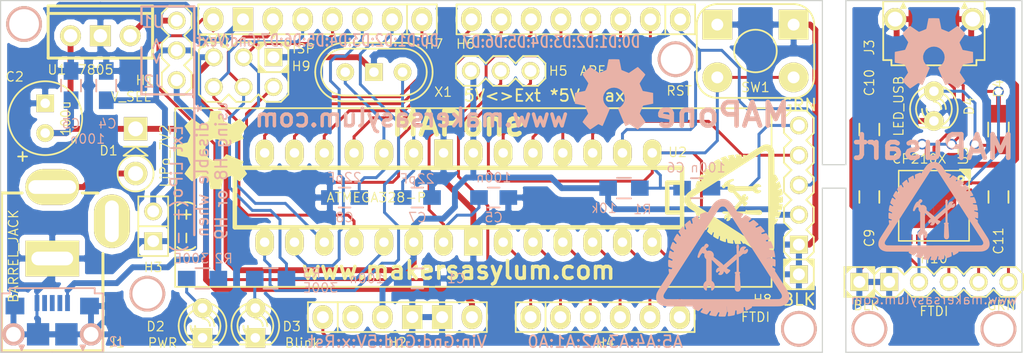
<source format=kicad_pcb>
(kicad_pcb (version 4) (host pcbnew "(2014-11-14 BZR 5284)-product")
  (title_block (title "MAPone - Bare Bones Arduino") (rev v1) (company "Maker's Asylum : www.github.com/MakersAsylumIndia"))
  (layers (0 F.Cu signal) (31 B.Cu signal) (34 B.Paste user) (35 F.Paste user) (36 B.SilkS user) (37 F.SilkS user) (38 B.Mask user) (39 F.Mask user) (44 Edge.Cuts user))
  (net 0 "")
  (net 1 /5V)
  (net 2 GND)
  (net 3 /V_IN)
  (net 4 /RST)
  (net 5 "Net-(C6-Pad2)")
  (net 6 "Net-(D1-Pad1)")
  (net 7 "Net-(D2-Pad1)")
  (net 8 "Net-(D3-Pad1)")
  (net 9 /V_REG)
  (net 10 /V_USB)
  (net 11 /AD0)
  (net 12 /AD1)
  (net 13 /AD2)
  (net 14 /AD3)
  (net 15 /AD4_SDA)
  (net 16 /AD5_SCL)
  (net 17 /AREF)
  (net 18 /RXD)
  (net 19 /TXD)
  (net 20 /PD2)
  (net 21 /PD3_P)
  (net 22 /PD4)
  (net 23 /PD5_P)
  (net 24 /PD6_P)
  (net 25 /PD7)
  (net 26 /PB0)
  (net 27 /PB1_P)
  (net 28 /SS_P)
  (net 29 /MOSI_P)
  (net 30 /MISO)
  (net 31 /SCK)
  (net 32 "Net-(C7-Pad1)")
  (net 33 "Net-(C8-Pad1)")
  (net 34 /Vext)
  (net 35 /USB_UART/5V)
  (net 36 /USB_UART/3V3)
  (net 37 /USB_UART/RST)
  (net 38 "Net-(C11-Pad2)")
  (net 39 "Net-(D4-Pad1)")
  (net 40 /USB_UART/RXD)
  (net 41 /USB_UART/TXD)
  (net 42 /USB_UART/D+)
  (net 43 /USB_UART/D-)
  (net 44 /3V3)
  (net 45 "Net-(J1-Pad3)")
  (net 46 "Net-(J2-Pad3)")
  (net 47 "Net-(J2-Pad4)")
  (net 48 "Net-(J2-Pad2)")
  (net 49 "Net-(J3-Pad4)")
  (net 50 "Net-(P1-Pad1)")
  (net 51 "Net-(P2-Pad1)")
  (net 52 "Net-(P3-Pad1)")
  (net 53 "Net-(P4-Pad1)")
  (net 54 "Net-(P5-Pad1)")
  (net 55 "Net-(P6-Pad1)")
  (net 56 "Net-(U3-Pad2)")
  (net 57 "Net-(U3-Pad9)")
  (net 58 "Net-(U3-Pad11)")
  (net 59 "Net-(U3-Pad12)")
  (net 60 "Net-(U3-Pad1)")
  (net 61 /USB_UART/CTS)
  (net 62 /USB_UART/RTS)
  (net 63 "Net-(U3-Pad27)")
  (module MAPone.pretty:LM78XXV (layer F.Cu) (at 38.5 33 90)
    (fp_text reference U1 (at -2.9 -3.7 180) (layer F.SilkS) (effects (font (size 0.8 0.8) (thickness 0.1))))
    (fp_text value 7805 (at -2.9 -0.4 180) (layer F.SilkS) (effects (font (size 0.8 0.8) (thickness 0.1))))
    (pad VI thru_hole circle (at 0 -2.54 90) (size 1.778 1.778) (drill 1.143) (layers *.Cu *.Mask F.SilkS) (net 3 /V_IN))
    (pad GND thru_hole rect (at 0 0 90) (size 1.778 1.778) (drill 1.143) (layers *.Cu *.Mask F.SilkS) (net 2 GND))
    (pad VO thru_hole circle (at 0 2.54 90) (size 1.778 1.778) (drill 1.143) (layers *.Cu *.Mask F.SilkS) (net 9 /V_REG))
  )
  (module MAPone.pretty:SW-PB (layer F.Cu) (at 94.3 34.3 270)
    (fp_text reference SW1 (at 3.1 0 360) (layer F.SilkS) (effects (font (size 0.8 0.8) (thickness 0.1))))
    (fp_text value RST (at 3.4 6.5 360) (layer F.SilkS) (effects (font (size 0.8 0.8) (thickness 0.1))))
    (pad 1 thru_hole rect (at -2.25 -3.25 270) (size 2.54 2.54) (drill 1.016) (layers *.Cu *.Mask F.SilkS) (net 2 GND))
    (pad 2 thru_hole circle (at 2.25 3.25 270) (size 2.54 2.54) (drill 1.016) (layers *.Cu *.Mask F.SilkS) (net 4 /RST))
    (pad 2 thru_hole circle (at 2.25 -3.25 270) (size 2.54 2.54) (drill 1.016) (layers *.Cu *.Mask F.SilkS) (net 4 /RST))
    (pad 1 thru_hole rect (at -2.25 3.25 270) (size 2.54 2.54) (drill 1.016) (layers *.Cu *.Mask F.SilkS) (net 2 GND))
  )
  (module MAPone.pretty:R_0805_HandSoldering (layer B.Cu) (at 53 53.7 180)
    (fp_text reference R3 (at -3.5 0.45 180) (layer B.SilkS) (effects (font (size 0.8 0.8) (thickness 0.1)) (justify mirror)))
    (fp_text value 300E (at -4.25 -0.8 180) (layer B.SilkS) (effects (font (size 0.8 0.8) (thickness 0.1)) (justify mirror)))
    (pad 1 smd rect (at -1.35 0 180) (size 1.5 1.3) (layers B.Cu B.Paste B.Mask) (net 31 /SCK))
    (pad 2 smd rect (at 1.35 0 180) (size 1.5 1.3) (layers B.Cu B.Paste B.Mask) (net 8 "Net-(D3-Pad1)"))
  )
  (module MAPone.pretty:R_0805_HandSoldering (layer B.Cu) (at 47.2 53.7)
    (fp_text reference R2 (at 1.8 -1.7) (layer B.SilkS) (effects (font (size 0.8 0.8) (thickness 0.1)) (justify mirror)))
    (fp_text value 300E (at -0.95 -1.7) (layer B.SilkS) (effects (font (size 0.8 0.8) (thickness 0.1)) (justify mirror)))
    (pad 1 smd rect (at -1.35 0) (size 1.5 1.3) (layers B.Cu B.Paste B.Mask) (net 7 "Net-(D2-Pad1)"))
    (pad 2 smd rect (at 1.35 0) (size 1.5 1.3) (layers B.Cu B.Paste B.Mask) (net 1 /5V))
  )
  (module MAPone.pretty:R_0805_HandSoldering (layer B.Cu) (at 83.1 46)
    (fp_text reference R1 (at 1.5698 1.8126) (layer B.SilkS) (effects (font (size 0.8 0.8) (thickness 0.1)) (justify mirror)))
    (fp_text value 10k (at -1.7068 1.711) (layer B.SilkS) (effects (font (size 0.8 0.8) (thickness 0.1)) (justify mirror)))
    (pad 1 smd rect (at -1.35 0) (size 1.5 1.3) (layers B.Cu B.Paste B.Mask) (net 1 /5V))
    (pad 2 smd rect (at 1.35 0) (size 1.5 1.3) (layers B.Cu B.Paste B.Mask) (net 4 /RST))
  )
  (module MAPone.pretty:vite_3mm (layer F.Cu) (at 98 58)
    (fp_text reference P4 hide)
    (fp_text value CONN_1 hide)
    (pad 1 thru_hole circle (at 0 0) (size 3.048 3.048) (drill 2.54) (layers *.Cu *.SilkS *.Mask) (net 53 "Net-(P4-Pad1)"))
  )
  (module MAPone.pretty:vite_3mm (layer F.Cu) (at 42.5 55)
    (fp_text reference P3 hide)
    (fp_text value CONN_1 hide)
    (pad 1 thru_hole circle (at 0 0) (size 3.048 3.048) (drill 2.54) (layers *.Cu *.SilkS *.Mask) (net 52 "Net-(P3-Pad1)"))
  )
  (module MAPone.pretty:JACK_ALIM (layer F.Cu) (at 34.4 52 90)
    (fp_text reference J1 (at -7.2 5.5 360) (layer F.SilkS) (effects (font (size 0.8 0.8) (thickness 0.1))))
    (fp_text value BARREL_JACK (at 0.2 -3.3 270) (layer F.SilkS) (effects (font (size 0.8 0.8) (thickness 0.1))))
    (pad 2 thru_hole rect (at 0 0 90) (size 3.048 4.572) (drill oval 1.1684 3.556) (layers *.Cu *.Mask F.SilkS) (net 2 GND))
    (pad 1 thru_hole oval (at 6.096 0 90) (size 3.048 4.572) (drill oval 1.1684 4.064) (layers *.Cu *.Mask F.SilkS) (net 6 "Net-(D1-Pad1)"))
    (pad 3 thru_hole oval (at 3.175 5.08 90) (size 4.572 3.048) (drill oval 3.556 1.1684) (layers *.Cu *.Mask F.SilkS) (net 45 "Net-(J1-Pad3)"))
  )
  (module MAPone.pretty:Header_ICSP (layer F.Cu) (at 50.7 36.1)
    (fp_text reference H9 (at 4.9 -0.5 180) (layer F.SilkS) (effects (font (size 0.8 0.8) (thickness 0.1))))
    (fp_text value ISP (at 5.1 -2 180) (layer F.SilkS) (effects (font (size 0.8 0.8) (thickness 0.1))))
    (fp_text user 5V0 (at -2.6 -2.6) (layer F.SilkS))
    (pad 1 thru_hole circle (at -2.54 1.27) (size 1.524 1.524) (drill 1.016) (layers *.Cu *.Mask F.SilkS) (net 30 /MISO))
    (pad 2 thru_hole circle (at -2.54 -1.27) (size 1.524 1.524) (drill 1.016) (layers *.Cu *.Mask F.SilkS) (net 1 /5V))
    (pad 3 thru_hole circle (at 0 1.27) (size 1.524 1.524) (drill 1.016) (layers *.Cu *.Mask F.SilkS) (net 31 /SCK))
    (pad 4 thru_hole circle (at 0 -1.27) (size 1.524 1.524) (drill 1.016) (layers *.Cu *.Mask F.SilkS) (net 29 /MOSI_P))
    (pad 5 thru_hole circle (at 2.54 1.27) (size 1.524 1.524) (drill 1.016) (layers *.Cu *.Mask F.SilkS) (net 4 /RST))
    (pad 6 thru_hole rect (at 2.54 -1.27) (size 1.524 1.524) (drill 1.016) (layers *.Cu *.Mask F.SilkS) (net 2 GND))
  )
  (module MAPone.pretty:Socket_Strip_Straight_1x08 (layer F.Cu) (at 57 31.6)
    (fp_text reference H7 (at 9.9 2.1) (layer F.SilkS) (effects (font (size 0.8 0.8) (thickness 0.1))))
    (fp_text value IO_H hide)
    (pad 1 thru_hole oval (at 8.89 0 180) (size 1.7272 2.032) (drill 1.016) (layers *.Cu *.Mask F.SilkS) (net 26 /PB0))
    (pad 2 thru_hole oval (at 6.35 0 180) (size 1.7272 2.032) (drill 1.016) (layers *.Cu *.Mask F.SilkS) (net 27 /PB1_P))
    (pad 3 thru_hole oval (at 3.81 0 180) (size 1.7272 2.032) (drill 1.016) (layers *.Cu *.Mask F.SilkS) (net 28 /SS_P))
    (pad 4 thru_hole oval (at 1.27 0 180) (size 1.7272 2.032) (drill 1.016) (layers *.Cu *.Mask F.SilkS) (net 29 /MOSI_P))
    (pad 5 thru_hole oval (at -1.27 0 180) (size 1.7272 2.032) (drill 1.016) (layers *.Cu *.Mask F.SilkS) (net 30 /MISO))
    (pad 6 thru_hole oval (at -3.81 0 180) (size 1.7272 2.032) (drill 1.016) (layers *.Cu *.Mask F.SilkS) (net 31 /SCK))
    (pad 7 thru_hole rect (at -6.35 0 180) (size 1.7272 2.032) (drill 1.016) (layers *.Cu *.Mask F.SilkS) (net 2 GND))
    (pad 8 thru_hole oval (at -8.89 0 180) (size 1.7272 2.032) (drill 1.016) (layers *.Cu *.Mask F.SilkS) (net 34 /Vext))
  )
  (module MAPone.pretty:Socket_Strip_Straight_1x08 (layer F.Cu) (at 79 31.6)
    (fp_text reference H6 (at -9.4 2.1) (layer F.SilkS) (effects (font (size 0.8 0.8) (thickness 0.1))))
    (fp_text value IO_L hide)
    (pad 1 thru_hole oval (at 8.89 0 180) (size 1.7272 2.032) (drill 1.016) (layers *.Cu *.Mask F.SilkS) (net 18 /RXD))
    (pad 2 thru_hole oval (at 6.35 0 180) (size 1.7272 2.032) (drill 1.016) (layers *.Cu *.Mask F.SilkS) (net 19 /TXD))
    (pad 3 thru_hole oval (at 3.81 0 180) (size 1.7272 2.032) (drill 1.016) (layers *.Cu *.Mask F.SilkS) (net 20 /PD2))
    (pad 4 thru_hole oval (at 1.27 0 180) (size 1.7272 2.032) (drill 1.016) (layers *.Cu *.Mask F.SilkS) (net 21 /PD3_P))
    (pad 5 thru_hole oval (at -1.27 0 180) (size 1.7272 2.032) (drill 1.016) (layers *.Cu *.Mask F.SilkS) (net 22 /PD4))
    (pad 6 thru_hole oval (at -3.81 0 180) (size 1.7272 2.032) (drill 1.016) (layers *.Cu *.Mask F.SilkS) (net 23 /PD5_P))
    (pad 7 thru_hole oval (at -6.35 0 180) (size 1.7272 2.032) (drill 1.016) (layers *.Cu *.Mask F.SilkS) (net 24 /PD6_P))
    (pad 8 thru_hole oval (at -8.89 0 180) (size 1.7272 2.032) (drill 1.016) (layers *.Cu *.Mask F.SilkS) (net 25 /PD7))
  )
  (module MAPone.pretty:Socket_Strip_Straight_1x06 (layer F.Cu) (at 81.5 57 180)
    (fp_text reference H4 (at 0 -2.2 180) (layer F.SilkS) (effects (font (size 0.8 0.8) (thickness 0.1))))
    (fp_text value ANALOG hide)
    (pad 1 thru_hole oval (at 6.35 0) (size 1.7272 2.032) (drill 1.016) (layers *.Cu *.Mask F.SilkS) (net 11 /AD0))
    (pad 2 thru_hole oval (at 3.81 0) (size 1.7272 2.032) (drill 1.016) (layers *.Cu *.Mask F.SilkS) (net 12 /AD1))
    (pad 3 thru_hole oval (at 1.27 0) (size 1.7272 2.032) (drill 1.016) (layers *.Cu *.Mask F.SilkS) (net 13 /AD2))
    (pad 4 thru_hole oval (at -1.27 0) (size 1.7272 2.032) (drill 1.016) (layers *.Cu *.Mask F.SilkS) (net 14 /AD3))
    (pad 5 thru_hole oval (at -3.81 0) (size 1.7272 2.032) (drill 1.016) (layers *.Cu *.Mask F.SilkS) (net 15 /AD4_SDA))
    (pad 6 thru_hole oval (at -6.35 0) (size 1.7272 2.032) (drill 1.016) (layers *.Cu *.Mask F.SilkS) (net 16 /AD5_SCL))
  )
  (module MAPone.pretty:Socket_Strip_Straight_1x06 (layer F.Cu) (at 63.8 57 180)
    (fp_text reference H2 (at 0.009 -2.1664 180) (layer F.SilkS) (effects (font (size 0.8 0.8) (thickness 0.1))))
    (fp_text value Power hide)
    (pad 1 thru_hole oval (at 6.35 0) (size 1.7272 2.032) (drill 1.016) (layers *.Cu *.Mask F.SilkS) (net 4 /RST))
    (pad 2 thru_hole oval (at 3.81 0) (size 1.7272 2.032) (drill 1.016) (layers *.Cu *.Mask F.SilkS) (net 44 /3V3))
    (pad 3 thru_hole oval (at 1.27 0) (size 1.7272 2.032) (drill 1.016) (layers *.Cu *.Mask F.SilkS) (net 1 /5V))
    (pad 4 thru_hole rect (at -1.27 0) (size 1.7272 2.032) (drill 1.016) (layers *.Cu *.Mask F.SilkS) (net 2 GND))
    (pad 5 thru_hole rect (at -3.81 0) (size 1.7272 2.032) (drill 1.016) (layers *.Cu *.Mask F.SilkS) (net 2 GND))
    (pad 6 thru_hole oval (at -6.35 0) (size 1.7272 2.032) (drill 1.016) (layers *.Cu *.Mask F.SilkS) (net 3 /V_IN))
  )
  (module MAPone.pretty:Header_3 (layer F.Cu) (at 45 34.25 270)
    (fp_text reference H1 (at 2.55 2.7 360) (layer F.SilkS) (effects (font (size 0.8 0.8) (thickness 0.1))))
    (fp_text value V_SEL (at 3.95 3.9 360) (layer F.SilkS) (effects (font (size 0.8 0.8) (thickness 0.1))))
    (pad 1 thru_hole circle (at -2.54 0 270) (size 1.524 1.524) (drill 1.016) (layers *.Cu *.Mask F.SilkS) (net 9 /V_REG))
    (pad 2 thru_hole circle (at 0 0 270) (size 1.524 1.524) (drill 1.016) (layers *.Cu *.Mask F.SilkS) (net 1 /5V))
    (pad 3 thru_hole circle (at 2.54 0 270) (size 1.524 1.524) (drill 1.016) (layers *.Cu *.Mask F.SilkS) (net 10 /V_USB))
  )
  (module MAPone.pretty:LED-3MM (layer F.Cu) (at 51.7 57.5 270)
    (fp_text reference D3 (at 0.3 -3.1 360) (layer F.SilkS) (effects (font (size 0.8 0.8) (thickness 0.1))))
    (fp_text value Blink (at 1.7 -4 360) (layer F.SilkS) (effects (font (size 0.8 0.8) (thickness 0.1))))
    (pad 1 thru_hole circle (at -1.27 0 270) (size 1.6764 1.6764) (drill 0.8128) (layers *.Cu *.Mask F.SilkS) (net 8 "Net-(D3-Pad1)"))
    (pad 2 thru_hole rect (at 1.27 0 270) (size 1.6764 1.6764) (drill 0.8128) (layers *.Cu *.Mask F.SilkS) (net 2 GND))
  )
  (module MAPone.pretty:LED-3MM (layer F.Cu) (at 47.2 57.5 270)
    (fp_text reference D2 (at 0.3 4 360) (layer F.SilkS) (effects (font (size 0.8 0.8) (thickness 0.1))))
    (fp_text value PWR (at 1.7 3.4 360) (layer F.SilkS) (effects (font (size 0.8 0.8) (thickness 0.1))))
    (pad 1 thru_hole circle (at -1.27 0 270) (size 1.6764 1.6764) (drill 0.8128) (layers *.Cu *.Mask F.SilkS) (net 7 "Net-(D2-Pad1)"))
    (pad 2 thru_hole rect (at 1.27 0 270) (size 1.6764 1.6764) (drill 0.8128) (layers *.Cu *.Mask F.SilkS) (net 2 GND))
  )
  (module MAPone.pretty:C_0805_HandSoldering (layer B.Cu) (at 59.3 46.8 180)
    (fp_text reference C8 (at 0 -1.7 180) (layer B.SilkS) (effects (font (size 0.8 0.8) (thickness 0.1)) (justify mirror)))
    (fp_text value 22pF (at 0 1.7 180) (layer B.SilkS) (effects (font (size 0.8 0.8) (thickness 0.1)) (justify mirror)))
    (pad 1 smd rect (at -1.25 0 180) (size 1.5 1.25) (layers B.Cu B.Paste B.Mask) (net 33 "Net-(C8-Pad1)"))
    (pad 2 smd rect (at 1.25 0 180) (size 1.5 1.25) (layers B.Cu B.Paste B.Mask) (net 2 GND))
  )
  (module MAPone.pretty:C_0805_HandSoldering (layer B.Cu) (at 65.5 46.8)
    (fp_text reference C7 (at 0 1.7) (layer B.SilkS) (effects (font (size 0.8 0.8) (thickness 0.1)) (justify mirror)))
    (fp_text value 22pF (at 0 -1.6) (layer B.SilkS) (effects (font (size 0.8 0.8) (thickness 0.1)) (justify mirror)))
    (pad 1 smd rect (at -1.25 0) (size 1.5 1.25) (layers B.Cu B.Paste B.Mask) (net 32 "Net-(C7-Pad1)"))
    (pad 2 smd rect (at 1.25 0) (size 1.5 1.25) (layers B.Cu B.Paste B.Mask) (net 2 GND))
  )
  (module MAPone.pretty:C_0805_HandSoldering (layer B.Cu) (at 89.3 46)
    (fp_text reference C6 (at -1.8 -1.75) (layer B.SilkS) (effects (font (size 0.8 0.8) (thickness 0.1)) (justify mirror)))
    (fp_text value 100n (at 0.95 -1.75) (layer B.SilkS) (effects (font (size 0.8 0.8) (thickness 0.1)) (justify mirror)))
    (pad 1 smd rect (at -1.25 0) (size 1.5 1.25) (layers B.Cu B.Paste B.Mask) (net 4 /RST))
    (pad 2 smd rect (at 1.25 0) (size 1.5 1.25) (layers B.Cu B.Paste B.Mask) (net 5 "Net-(C6-Pad2)"))
  )
  (module MAPone.pretty:C_0805_HandSoldering (layer B.Cu) (at 72 46.8)
    (fp_text reference C5 (at 0 1.7) (layer B.SilkS) (effects (font (size 0.8 0.8) (thickness 0.1)) (justify mirror)))
    (fp_text value 100n (at 0 -1.7) (layer B.SilkS) (effects (font (size 0.8 0.8) (thickness 0.1)) (justify mirror)))
    (pad 1 smd rect (at -1.25 0) (size 1.5 1.25) (layers B.Cu B.Paste B.Mask) (net 17 /AREF))
    (pad 2 smd rect (at 1.25 0) (size 1.5 1.25) (layers B.Cu B.Paste B.Mask) (net 2 GND))
  )
  (module MAPone.pretty:C_0805_HandSoldering (layer B.Cu) (at 39 37.25 90)
    (fp_text reference C4 (at -3.25 0.1 180) (layer B.SilkS) (effects (font (size 0.8 0.8) (thickness 0.1)) (justify mirror)))
    (fp_text value 100n (at -4.55 -1.6 180) (layer B.SilkS) (effects (font (size 0.8 0.8) (thickness 0.1)) (justify mirror)))
    (pad 1 smd rect (at -1.25 0 90) (size 1.5 1.25) (layers B.Cu B.Paste B.Mask) (net 1 /5V))
    (pad 2 smd rect (at 1.25 0 90) (size 1.5 1.25) (layers B.Cu B.Paste B.Mask) (net 2 GND))
  )
  (module MAPone.pretty:C_0805_HandSoldering (layer B.Cu) (at 36 37.25 270)
    (fp_text reference C3 (at 3.25 0 360) (layer B.SilkS) (effects (font (size 0.8 0.8) (thickness 0.1)) (justify mirror)))
    (fp_text value 100n hide)
    (pad 1 smd rect (at -1.25 0 270) (size 1.5 1.25) (layers B.Cu B.Paste B.Mask) (net 2 GND))
    (pad 2 smd rect (at 1.25 0 270) (size 1.5 1.25) (layers B.Cu B.Paste B.Mask) (net 3 /V_IN))
  )
  (module MAPone.pretty:C_0805_HandSoldering (layer B.Cu) (at 65.5 53.7)
    (fp_text reference C1 (at 3.3 0) (layer B.SilkS) (effects (font (size 0.8 0.8) (thickness 0.1)) (justify mirror)))
    (fp_text value 100n (at -4.3 0) (layer B.SilkS) (effects (font (size 0.8 0.8) (thickness 0.1)) (justify mirror)))
    (pad 1 smd rect (at -1.25 0) (size 1.5 1.25) (layers B.Cu B.Paste B.Mask) (net 1 /5V))
    (pad 2 smd rect (at 1.25 0) (size 1.5 1.25) (layers B.Cu B.Paste B.Mask) (net 2 GND))
  )
  (module MAPone.pretty:DIP-28__300_ELL_ZIF (layer F.Cu) (at 69 46.8 180)
    (fp_text reference U2 (at -18.667 3.8642 180) (layer F.SilkS) (effects (font (size 0.8 0.8) (thickness 0.1))))
    (fp_text value ATMEGA328-P (at 6.985 0 180) (layer F.SilkS) (effects (font (size 0.8 0.8) (thickness 0.1))))
    (pad 2 thru_hole oval (at -13.97 3.81 180) (size 1.5748 2.286) (drill 0.8128) (layers *.Cu *.Mask F.SilkS) (net 18 /RXD))
    (pad 3 thru_hole oval (at -11.43 3.81 180) (size 1.5748 2.286) (drill 0.8128) (layers *.Cu *.Mask F.SilkS) (net 19 /TXD))
    (pad 4 thru_hole oval (at -8.89 3.81 180) (size 1.5748 2.286) (drill 0.8128) (layers *.Cu *.Mask F.SilkS) (net 20 /PD2))
    (pad 5 thru_hole oval (at -6.35 3.81 180) (size 1.5748 2.286) (drill 0.8128) (layers *.Cu *.Mask F.SilkS) (net 21 /PD3_P))
    (pad 6 thru_hole oval (at -3.81 3.81 180) (size 1.5748 2.286) (drill 0.8128) (layers *.Cu *.Mask F.SilkS) (net 22 /PD4))
    (pad 7 thru_hole oval (at -1.27 3.81 180) (size 1.5748 2.286) (drill 0.8128) (layers *.Cu *.Mask F.SilkS) (net 1 /5V))
    (pad 8 thru_hole rect (at 1.27 3.81 180) (size 1.5748 2.286) (drill 0.8128) (layers *.Cu *.Mask F.SilkS) (net 2 GND))
    (pad 9 thru_hole oval (at 3.81 3.81 180) (size 1.5748 2.286) (drill 0.8128) (layers *.Cu *.Mask F.SilkS) (net 32 "Net-(C7-Pad1)"))
    (pad 10 thru_hole oval (at 6.35 3.81 180) (size 1.5748 2.286) (drill 0.8128) (layers *.Cu *.Mask F.SilkS) (net 33 "Net-(C8-Pad1)"))
    (pad 11 thru_hole oval (at 8.89 3.81 180) (size 1.5748 2.286) (drill 0.8128) (layers *.Cu *.Mask F.SilkS) (net 23 /PD5_P))
    (pad 12 thru_hole oval (at 11.43 3.81 180) (size 1.5748 2.286) (drill 0.8128) (layers *.Cu *.Mask F.SilkS) (net 24 /PD6_P))
    (pad 13 thru_hole oval (at 13.97 3.81 180) (size 1.5748 2.286) (drill 0.8128) (layers *.Cu *.Mask F.SilkS) (net 25 /PD7))
    (pad 14 thru_hole oval (at 16.51 3.81 180) (size 1.5748 2.286) (drill 0.8128) (layers *.Cu *.Mask F.SilkS) (net 26 /PB0))
    (pad 1 thru_hole oval (at -16.51 3.81 180) (size 1.5748 2.286) (drill 0.8128) (layers *.Cu *.Mask F.SilkS) (net 4 /RST))
    (pad 15 thru_hole oval (at 16.51 -3.81 180) (size 1.5748 2.286) (drill 0.8128) (layers *.Cu *.Mask F.SilkS) (net 27 /PB1_P))
    (pad 16 thru_hole oval (at 13.97 -3.81 180) (size 1.5748 2.286) (drill 0.8128) (layers *.Cu *.Mask F.SilkS) (net 28 /SS_P))
    (pad 17 thru_hole oval (at 11.43 -3.81 180) (size 1.5748 2.286) (drill 0.8128) (layers *.Cu *.Mask F.SilkS) (net 29 /MOSI_P))
    (pad 18 thru_hole oval (at 8.89 -3.81 180) (size 1.5748 2.286) (drill 0.8128) (layers *.Cu *.Mask F.SilkS) (net 30 /MISO))
    (pad 19 thru_hole oval (at 6.35 -3.81 180) (size 1.5748 2.286) (drill 0.8128) (layers *.Cu *.Mask F.SilkS) (net 31 /SCK))
    (pad 20 thru_hole oval (at 3.81 -3.81 180) (size 1.5748 2.286) (drill 0.8128) (layers *.Cu *.Mask F.SilkS) (net 1 /5V))
    (pad 21 thru_hole oval (at 1.27 -3.81 180) (size 1.5748 2.286) (drill 0.8128) (layers *.Cu *.Mask F.SilkS) (net 17 /AREF))
    (pad 22 thru_hole rect (at -1.27 -3.81 180) (size 1.5748 2.286) (drill 0.8128) (layers *.Cu *.Mask F.SilkS) (net 2 GND))
    (pad 23 thru_hole oval (at -3.81 -3.81 180) (size 1.5748 2.286) (drill 0.8128) (layers *.Cu *.Mask F.SilkS) (net 11 /AD0))
    (pad 24 thru_hole oval (at -6.35 -3.81 180) (size 1.5748 2.286) (drill 0.8128) (layers *.Cu *.Mask F.SilkS) (net 12 /AD1))
    (pad 25 thru_hole oval (at -8.89 -3.81 180) (size 1.5748 2.286) (drill 0.8128) (layers *.Cu *.Mask F.SilkS) (net 13 /AD2))
    (pad 26 thru_hole oval (at -11.43 -3.81 180) (size 1.5748 2.286) (drill 0.8128) (layers *.Cu *.Mask F.SilkS) (net 14 /AD3))
    (pad 27 thru_hole oval (at -13.97 -3.81 180) (size 1.5748 2.286) (drill 0.8128) (layers *.Cu *.Mask F.SilkS) (net 15 /AD4_SDA))
    (pad 28 thru_hole oval (at -16.51 -3.81 180) (size 1.5748 2.286) (drill 0.8128) (layers *.Cu *.Mask F.SilkS) (net 16 /AD5_SCL))
  )
  (module MAPone.pretty:Header_FTDI (layer F.Cu) (at 98 47 90)
    (fp_text reference H8 (at -8.5 -3.1 180) (layer F.SilkS) (effects (font (size 0.8 0.8) (thickness 0.1))))
    (fp_text value FTDI (at -10 -3.7 180) (layer F.SilkS) (effects (font (size 0.8 0.8) (thickness 0.1))))
    (fp_text user GRN (at 8.1 0 180) (layer F.SilkS))
    (fp_text user BLK (at -8.5 0 180) (layer F.SilkS))
    (pad 1 thru_hole rect (at -6.35 0 90) (size 1.524 1.524) (drill 1.016) (layers *.Cu *.Mask F.SilkS) (net 2 GND))
    (pad 2 thru_hole rect (at -3.81 0 90) (size 1.524 1.524) (drill 1.016) (layers *.Cu *.Mask F.SilkS) (net 2 GND))
    (pad 3 thru_hole circle (at -1.27 0 90) (size 1.524 1.524) (drill 1.016) (layers *.Cu *.Mask F.SilkS) (net 1 /5V))
    (pad 4 thru_hole circle (at 1.27 0 90) (size 1.524 1.524) (drill 1.016) (layers *.Cu *.Mask F.SilkS) (net 18 /RXD))
    (pad 5 thru_hole circle (at 3.81 0 90) (size 1.524 1.524) (drill 1.016) (layers *.Cu *.Mask F.SilkS) (net 19 /TXD))
    (pad 6 thru_hole circle (at 6.35 0 90) (size 1.524 1.524) (drill 1.016) (layers *.Cu *.Mask F.SilkS) (net 5 "Net-(C6-Pad2)"))
  )
  (module MAPone.pretty:USB_B_Micro (layer B.Cu) (at 34.4 55.8 90)
    (fp_text reference J2 (at -3.3 5.5 180) (layer B.SilkS) (effects (font (size 0.8 0.8) (thickness 0.1)) (justify mirror)))
    (fp_text value USB-Micro hide)
    (pad 3 smd rect (at 0 0 90) (size 1.3716 0.4064) (layers B.Cu B.Paste B.Mask) (net 46 "Net-(J2-Pad3)") (clearance 0.2032))
    (pad 4 smd rect (at 0 -0.65024 90) (size 1.3716 0.4064) (layers B.Cu B.Paste B.Mask) (net 47 "Net-(J2-Pad4)") (clearance 0.2032))
    (pad 5 smd rect (at 0 -1.30048 90) (size 1.3716 0.4064) (layers B.Cu B.Paste B.Mask) (net 2 GND) (clearance 0.2032))
    (pad 2 smd rect (at 0 0.65024 90) (size 1.3716 0.4064) (layers B.Cu B.Paste B.Mask) (net 48 "Net-(J2-Pad2)") (clearance 0.2032))
    (pad 1 smd rect (at 0 1.30048 90) (size 1.3716 0.4064) (layers B.Cu B.Paste B.Mask) (net 10 /V_USB) (clearance 0.2032))
    (pad T1 smd rect (at -0.254 3.175 90) (size 1.4224 1.6002) (layers B.Cu B.Paste B.Mask) (net 2 GND))
    (pad T2 smd rect (at -0.254 -3.175 90) (size 1.4224 1.6002) (layers B.Cu B.Paste B.Mask) (net 2 GND))
    (pad T3 smd rect (at -2.667 1.2065 90) (size 1.905 1.905) (layers B.Cu B.Paste B.Mask) (net 2 GND) (clearance 0.2032))
    (pad T4 smd rect (at -2.667 -1.2065 90) (size 1.905 1.905) (layers B.Cu B.Paste B.Mask) (net 2 GND) (clearance 0.2032))
    (pad T5 thru_hole circle (at -2.667 3.302 90) (size 1.905 1.905) (drill 1.27) (layers *.Cu *.Paste *.Mask B.SilkS) (net 2 GND) (clearance 0.2032))
    (pad T6 thru_hole circle (at -2.667 -3.302 90) (size 1.905 1.905) (drill 1.27) (layers *.Cu *.Paste *.Mask B.SilkS) (net 2 GND) (clearance 0.2032))
  )
  (module MAPone.pretty:Crystal_HC49-U_Vertical_3Pin (layer F.Cu) (at 61.8 36.1 180)
    (fp_text reference X1 (at -5.9 -1.7 180) (layer F.SilkS) (effects (font (size 0.8 0.8) (thickness 0.1))))
    (fp_text value 16MHz hide)
    (pad 1 thru_hole circle (at -2.44094 0 180) (size 1.50114 1.50114) (drill 0.8128) (layers *.Cu *.Mask F.SilkS) (net 32 "Net-(C7-Pad1)"))
    (pad 2 thru_hole circle (at 2.44094 0 180) (size 1.50114 1.50114) (drill 0.8128) (layers *.Cu *.Mask F.SilkS) (net 33 "Net-(C8-Pad1)"))
    (pad 3 thru_hole rect (at 0 0 180) (size 1.50114 1.50114) (drill 0.8128) (layers *.Cu *.Mask F.SilkS) (net 2 GND))
  )
  (module MAPone.pretty:Diode_DO-41_SOD81_Vertical_KathodeUp (layer F.Cu) (at 41.5 42.75 90)
    (fp_text reference D1 (at -0.05 -2.3 180) (layer F.SilkS) (effects (font (size 0.8 0.8) (thickness 0.1))))
    (fp_text value 1N4007 hide)
    (pad 1 thru_hole circle (at -2 0 90) (size 1.99898 1.99898) (drill 1.27) (layers *.Cu *.Mask F.SilkS) (net 6 "Net-(D1-Pad1)"))
    (pad 2 thru_hole rect (at 1.81 0 90) (size 1.99898 1.99898) (drill 1.27) (layers *.Cu *.Mask F.SilkS) (net 3 /V_IN))
  )
  (module MAPone.pretty:vite_3mm (layer F.Cu) (at 32 32)
    (fp_text reference P1 hide)
    (fp_text value CONN_1 hide)
    (pad 1 thru_hole circle (at 0 0) (size 3.048 3.048) (drill 2.54) (layers *.Cu *.SilkS *.Mask) (net 50 "Net-(P1-Pad1)"))
  )
  (module MAPone.pretty:vite_3mm (layer F.Cu) (at 87.5 35)
    (fp_text reference P2 hide)
    (fp_text value CONN_1 hide)
    (pad 1 thru_hole circle (at 0 0) (size 3.048 3.048) (drill 2.54) (layers *.Cu *.SilkS *.Mask) (net 51 "Net-(P2-Pad1)"))
  )
  (module MAPone.pretty:Header_A_REF (layer F.Cu) (at 72.6 36)
    (fp_text reference H5 (at 4.9 0 180) (layer F.SilkS) (effects (font (size 0.8 0.8) (thickness 0.1))))
    (fp_text value AREF (at 8.2 0 180) (layer F.SilkS) (effects (font (size 0.8 0.8) (thickness 0.1))))
    (pad 1 thru_hole circle (at -2.54 0) (size 1.524 1.524) (drill 1.016) (layers *.Cu *.Mask F.SilkS) (net 1 /5V))
    (pad 2 thru_hole circle (at 0 0) (size 1.524 1.524) (drill 1.016) (layers *.Cu *.Mask F.SilkS) (net 17 /AREF))
    (pad 3 thru_hole circle (at 2.54 0) (size 1.524 1.524) (drill 1.016) (layers *.Cu *.Mask F.SilkS) (net 34 /Vext))
  )
  (module MAPone.pretty:MA_Logo (layer B.Cu) (at 91.5 52 180)
    (fp_text reference Z1 hide)
    (fp_text value CONN_1 hide)
  )
  (module MAPone.pretty:MA_Logo2 (layer F.Cu) (at 92.5 47 90)
    (fp_text reference Z2 hide)
    (fp_text value CONN_1 hide)
  )
  (module MAPone.pretty:Elko_vert_11.2x6.3mm_RM2.5 (layer F.Cu) (at 33.8 41.3 90)
    (fp_text reference C2 (at 4.8 -2.6 180) (layer F.SilkS) (effects (font (size 0.8 0.8) (thickness 0.1))))
    (fp_text value 100u (at 1.25 1.75 270) (layer F.SilkS) (effects (font (size 0.8 0.8) (thickness 0.1))))
    (fp_text user + (at -2 -2 90) (layer F.SilkS))
    (pad 2 thru_hole rect (at 2.54 0 90) (size 1.50114 1.50114) (drill 0.8128) (layers *.Cu *.Mask F.SilkS) (net 2 GND))
    (pad 1 thru_hole circle (at 0 0 90) (size 1.50114 1.50114) (drill 0.8128) (layers *.Cu *.Mask F.SilkS) (net 3 /V_IN))
  )
  (module MAPone.pretty:C_0805_HandSoldering (layer F.Cu) (at 104 46.75 270)
    (fp_text reference C9 (at 3.5 0 270) (layer F.SilkS) (effects (font (size 0.8 0.8) (thickness 0.1))))
    (fp_text value 100n hide)
    (pad 1 smd rect (at -1.25 0 270) (size 1.5 1.25) (layers F.Cu F.Paste F.Mask) (net 35 /USB_UART/5V))
    (pad 2 smd rect (at 1.25 0 270) (size 1.5 1.25) (layers F.Cu F.Paste F.Mask) (net 2 GND))
  )
  (module MAPone.pretty:C_0805_HandSoldering (layer F.Cu) (at 104 41 90)
    (fp_text reference C10 (at 4 0 90) (layer F.SilkS) (effects (font (size 0.8 0.8) (thickness 0.1))))
    (fp_text value 100n hide)
    (pad 1 smd rect (at -1.25 0 90) (size 1.5 1.25) (layers F.Cu F.Paste F.Mask) (net 36 /USB_UART/3V3))
    (pad 2 smd rect (at 1.25 0 90) (size 1.5 1.25) (layers F.Cu F.Paste F.Mask) (net 2 GND))
  )
  (module MAPone.pretty:C_0805_HandSoldering (layer F.Cu) (at 115 46.75 270)
    (fp_text reference C11 (at 3.75 0 270) (layer F.SilkS) (effects (font (size 0.8 0.8) (thickness 0.1))))
    (fp_text value 100n hide)
    (pad 1 smd rect (at -1.25 0 270) (size 1.5 1.25) (layers F.Cu F.Paste F.Mask) (net 37 /USB_UART/RST))
    (pad 2 smd rect (at 1.25 0 270) (size 1.5 1.25) (layers F.Cu F.Paste F.Mask) (net 38 "Net-(C11-Pad2)"))
  )
  (module MAPone.pretty:LED-3MM (layer F.Cu) (at 109.5 39 270)
    (fp_text reference D4 (at 0 -3 270) (layer F.SilkS) (effects (font (size 0.8 0.8) (thickness 0.1))))
    (fp_text value LED_USB (at 0 3 270) (layer F.SilkS) (effects (font (size 0.8 0.8) (thickness 0.1))))
    (pad 1 thru_hole circle (at -1.27 0 270) (size 1.6764 1.6764) (drill 0.8128) (layers *.Cu *.Mask F.SilkS) (net 39 "Net-(D4-Pad1)"))
    (pad 2 thru_hole circle (at 1.27 0 270) (size 1.6764 1.6764) (drill 0.8128) (layers *.Cu *.Mask F.SilkS) (net 2 GND))
  )
  (module MAPone.pretty:Header_FTDI (layer F.Cu) (at 109.5 54)
    (fp_text reference H10 (at 0 -2) (layer F.SilkS) (effects (font (size 0.8 0.8) (thickness 0.1))))
    (fp_text value FTDI (at 0 2.5) (layer F.SilkS) (effects (font (size 0.8 0.8) (thickness 0.1))))
    (fp_text user GRN (at 5.75 2) (layer F.SilkS) (effects (font (size 0.8 0.8) (thickness 0.1))))
    (fp_text user BLK (at -5.75 2) (layer F.SilkS) (effects (font (size 0.8 0.8) (thickness 0.1))))
    (pad 1 thru_hole rect (at -6.35 0) (size 1.524 1.524) (drill 1.016) (layers *.Cu *.Mask F.SilkS) (net 2 GND))
    (pad 2 thru_hole rect (at -3.81 0) (size 1.524 1.524) (drill 1.016) (layers *.Cu *.Mask F.SilkS) (net 2 GND))
    (pad 3 thru_hole circle (at -1.27 0) (size 1.524 1.524) (drill 1.016) (layers *.Cu *.Mask F.SilkS) (net 35 /USB_UART/5V))
    (pad 4 thru_hole circle (at 1.27 0) (size 1.524 1.524) (drill 1.016) (layers *.Cu *.Mask F.SilkS) (net 40 /USB_UART/RXD))
    (pad 5 thru_hole circle (at 3.81 0) (size 1.524 1.524) (drill 1.016) (layers *.Cu *.Mask F.SilkS) (net 41 /USB_UART/TXD))
    (pad 6 thru_hole circle (at 6.35 0) (size 1.524 1.524) (drill 1.016) (layers *.Cu *.Mask F.SilkS) (net 38 "Net-(C11-Pad2)"))
  )
  (module MAPone.pretty:USB_B_Micro (layer F.Cu) (at 109.5 34.25 270)
    (fp_text reference J3 (at -0.25 5.5 270) (layer F.SilkS) (effects (font (size 0.8 0.8) (thickness 0.1))))
    (fp_text value USB-Micro hide)
    (pad 3 smd rect (at 0 0 270) (size 1.3716 0.4064) (layers F.Cu F.Paste F.Mask) (net 42 /USB_UART/D+) (clearance 0.2032))
    (pad 4 smd rect (at 0 0.65024 270) (size 1.3716 0.4064) (layers F.Cu F.Paste F.Mask) (net 49 "Net-(J3-Pad4)") (clearance 0.2032))
    (pad 5 smd rect (at 0 1.30048 270) (size 1.3716 0.4064) (layers F.Cu F.Paste F.Mask) (net 2 GND) (clearance 0.2032))
    (pad 2 smd rect (at 0 -0.65024 270) (size 1.3716 0.4064) (layers F.Cu F.Paste F.Mask) (net 43 /USB_UART/D-) (clearance 0.2032))
    (pad 1 smd rect (at 0 -1.30048 270) (size 1.3716 0.4064) (layers F.Cu F.Paste F.Mask) (net 35 /USB_UART/5V) (clearance 0.2032))
    (pad T1 smd rect (at -0.254 -3.175 270) (size 1.4224 1.6002) (layers F.Cu F.Paste F.Mask) (net 2 GND))
    (pad T2 smd rect (at -0.254 3.175 270) (size 1.4224 1.6002) (layers F.Cu F.Paste F.Mask) (net 2 GND))
    (pad T3 smd rect (at -2.667 -1.2065 270) (size 1.905 1.905) (layers F.Cu F.Paste F.Mask) (net 2 GND) (clearance 0.2032))
    (pad T4 smd rect (at -2.667 1.2065 270) (size 1.905 1.905) (layers F.Cu F.Paste F.Mask) (net 2 GND) (clearance 0.2032))
    (pad T5 thru_hole circle (at -2.667 -3.302 270) (size 1.905 1.905) (drill 1.27) (layers *.Cu *.Paste *.Mask F.SilkS) (net 2 GND) (clearance 0.2032))
    (pad T6 thru_hole circle (at -2.667 3.302 270) (size 1.905 1.905) (drill 1.27) (layers *.Cu *.Paste *.Mask F.SilkS) (net 2 GND) (clearance 0.2032))
  )
  (module MAPone.pretty:R_0805_HandSoldering (layer F.Cu) (at 115 41 270)
    (fp_text reference R4 (at -3.5 0 270) (layer F.SilkS) (effects (font (size 0.8 0.8) (thickness 0.1))))
    (fp_text value 300E hide)
    (pad 1 smd rect (at -1.35 0 270) (size 1.5 1.3) (layers F.Cu F.Paste F.Mask) (net 35 /USB_UART/5V))
    (pad 2 smd rect (at 1.35 0 270) (size 1.5 1.3) (layers F.Cu F.Paste F.Mask) (net 39 "Net-(D4-Pad1)"))
  )
  (module MAPone.pretty:qfn-28 (layer F.Cu) (at 109.5 47.5 180)
    (fp_text reference U3 (at -2.5 4.25 270) (layer F.SilkS) (effects (font (size 0.8 0.8) (thickness 0.1))))
    (fp_text value CP210X (at 1.25 4 180) (layer F.SilkS) (effects (font (size 0.8 0.8) (thickness 0.1))))
    (pad 2 smd rect (at -1.30048 2.84988 180) (size 0.35052 0.8001) (layers F.Cu F.Paste F.Mask) (net 56 "Net-(U3-Pad2)") (clearance 0.1))
    (pad 3 smd rect (at -0.65024 2.84988 180) (size 0.35052 0.8001) (layers F.Cu F.Paste F.Mask) (net 2 GND) (clearance 0.1))
    (pad 4 smd rect (at 0 2.84988 180) (size 0.35052 0.8001) (layers F.Cu F.Paste F.Mask) (net 42 /USB_UART/D+) (clearance 0.1))
    (pad 5 smd rect (at 0.65024 2.84988 180) (size 0.35052 0.8001) (layers F.Cu F.Paste F.Mask) (net 43 /USB_UART/D-) (clearance 0.1))
    (pad 8 smd rect (at 2.85242 1.95072 180) (size 0.8001 0.35052) (layers F.Cu F.Paste F.Mask) (net 35 /USB_UART/5V) (clearance 0.1))
    (pad 9 smd rect (at 2.85242 1.30048 180) (size 0.8001 0.35052) (layers F.Cu F.Paste F.Mask) (net 57 "Net-(U3-Pad9)") (clearance 0.1))
    (pad 10 smd rect (at 2.85242 0.65024 180) (size 0.8001 0.35052) (layers F.Cu F.Paste F.Mask) (clearance 0.1))
    (pad 11 smd rect (at 2.85242 0 180) (size 0.8001 0.35052) (layers F.Cu F.Paste F.Mask) (net 58 "Net-(U3-Pad11)") (clearance 0.1))
    (pad 12 smd rect (at 2.85242 -0.65024 180) (size 0.8001 0.35052) (layers F.Cu F.Paste F.Mask) (net 59 "Net-(U3-Pad12)") (clearance 0.1))
    (pad 13 smd rect (at 2.85242 -1.30048 180) (size 0.8001 0.35052) (layers F.Cu F.Paste F.Mask) (clearance 0.1))
    (pad 14 smd rect (at 2.85242 -1.95072 180) (size 0.8001 0.35052) (layers F.Cu F.Paste F.Mask) (clearance 0.1))
    (pad 1 smd rect (at -1.95072 2.84988 180) (size 0.35052 0.8001) (layers F.Cu F.Paste F.Mask) (net 60 "Net-(U3-Pad1)") (clearance 0.1))
    (pad 29 smd rect (at 0.94996 0.94996 180) (size 1.89992 1.89992) (layers F.Cu F.Paste F.Mask) (net 2 GND))
    (pad 29 smd rect (at -0.94996 0.94996 180) (size 1.89992 1.89992) (layers F.Cu F.Paste F.Mask) (net 2 GND))
    (pad 29 smd rect (at -0.94996 -0.94996 180) (size 1.89992 1.89992) (layers F.Cu F.Paste F.Mask) (net 2 GND))
    (pad 29 smd rect (at 0.94996 -0.94996 180) (size 1.89992 1.89992) (layers F.Cu F.Paste F.Mask) (net 2 GND))
    (pad 15 smd rect (at 2.00152 -2.85242 180) (size 0.35052 0.8001) (layers F.Cu F.Paste F.Mask) (clearance 0.1))
    (pad 16 smd rect (at 1.35128 -2.85242 180) (size 0.35052 0.8001) (layers F.Cu F.Paste F.Mask) (clearance 0.1))
    (pad 17 smd rect (at 0.70104 -2.85242 180) (size 0.35052 0.8001) (layers F.Cu F.Paste F.Mask) (clearance 0.1))
    (pad 18 smd rect (at 0 -2.85242 180) (size 0.35052 0.8001) (layers F.Cu F.Paste F.Mask) (clearance 0.1))
    (pad 19 smd rect (at -0.59944 -2.85242 180) (size 0.35052 0.8001) (layers F.Cu F.Paste F.Mask) (clearance 0.1))
    (pad 20 smd rect (at -1.24968 -2.85242 180) (size 0.35052 0.8001) (layers F.Cu F.Paste F.Mask) (clearance 0.1))
    (pad 21 smd rect (at -1.89992 -2.85242 180) (size 0.35052 0.8001) (layers F.Cu F.Paste F.Mask) (clearance 0.1))
    (pad 22 smd rect (at -2.84988 -1.95072 180) (size 0.8001 0.35052) (layers F.Cu F.Paste F.Mask) (clearance 0.1))
    (pad 23 smd rect (at -2.84988 -1.30048 180) (size 0.8001 0.35052) (layers F.Cu F.Paste F.Mask) (net 61 /USB_UART/CTS) (clearance 0.1))
    (pad 24 smd rect (at -2.84988 -0.65024 180) (size 0.8001 0.35052) (layers F.Cu F.Paste F.Mask) (net 62 /USB_UART/RTS) (clearance 0.1))
    (pad 25 smd rect (at -2.84988 0 180) (size 0.8001 0.35052) (layers F.Cu F.Paste F.Mask) (net 40 /USB_UART/RXD) (clearance 0.1))
    (pad 26 smd rect (at -2.84988 0.65024 180) (size 0.8001 0.35052) (layers F.Cu F.Paste F.Mask) (net 41 /USB_UART/TXD) (clearance 0.1))
    (pad 27 smd rect (at -2.84988 1.30048 180) (size 0.8001 0.35052) (layers F.Cu F.Paste F.Mask) (net 63 "Net-(U3-Pad27)") (clearance 0.1))
    (pad 28 smd rect (at -2.84988 1.95072 180) (size 0.8001 0.35052) (layers F.Cu F.Paste F.Mask) (net 37 /USB_UART/RST) (clearance 0.1))
    (pad 6 smd rect (at 1.30048 2.84988 180) (size 0.35052 0.8001) (layers F.Cu F.Paste F.Mask) (net 36 /USB_UART/3V3) (clearance 0.1))
    (pad 7 smd rect (at 1.95072 2.84988 180) (size 0.35052 0.8001) (layers F.Cu F.Paste F.Mask) (net 35 /USB_UART/5V) (clearance 0.1))
  )
  (module MAPone.pretty:vite_3mm (layer F.Cu) (at 115 58)
    (fp_text reference P5 hide)
    (fp_text value CONN_1 hide)
    (pad 1 thru_hole circle (at 0 0) (size 3.048 3.048) (drill 2.54) (layers *.Cu *.SilkS *.Mask) (net 54 "Net-(P5-Pad1)"))
  )
  (module MAPone.pretty:vite_3mm (layer F.Cu) (at 104 58)
    (fp_text reference P6 hide)
    (fp_text value CONN_1 hide)
    (pad 1 thru_hole circle (at 0 0) (size 3.048 3.048) (drill 2.54) (layers *.Cu *.SilkS *.Mask) (net 55 "Net-(P6-Pad1)"))
  )
  (module MAPone.pretty:MA_Logo2 (layer B.Cu) (at 109.5 48 180)
    (fp_text reference Z3 hide)
    (fp_text value CONN_1 hide)
  )
  (module MAPone:OSHW_6mm (layer B.Cu) (at 109.5 34.5 180)
    (fp_text reference Z5 hide)
    (fp_text value CONN_1 hide)
  )
  (module MAPone:OSHW_6mm (layer B.Cu) (at 82.25 38 180)
    (fp_text reference Z6 hide)
    (fp_text value CONN_1 hide)
  )
  (module MAPone:OSHW_6mm (layer F.Cu) (at 48 42.75 90)
    (fp_text reference Z7 hide)
    (fp_text value CONN_1 hide)
  )
  (module MAPone.pretty:Pin_Header_Straight_1x02 (layer F.Cu) (at 43 49.25 90)
    (fp_text reference H3 (at -3.5 0 180) (layer F.SilkS) (effects (font (size 0.8 0.8) (thickness 0.1))))
    (fp_text value LiPo_7V2 (at 6 1 90) (layer F.SilkS) (effects (font (size 0.8 0.8) (thickness 0.1))))
    (pad 1 thru_hole rect (at -1.27 0 90) (size 1.524 1.524) (drill 1.016) (layers *.Cu *.Mask F.SilkS) (net 2 GND))
    (pad 2 thru_hole circle (at 1.27 0 90) (size 1.524 1.524) (drill 1.016) (layers *.Cu *.Mask F.SilkS) (net 1 /5V))
  )
  (gr_line (start 102 46) (end 102 60) (angle 90) (layer Edge.Cuts) (width 0.1))
  (gr_line (start 100 46) (end 102 46) (angle 90) (layer Edge.Cuts) (width 0.1))
  (gr_line (start 100 60) (end 100 46) (angle 90) (layer Edge.Cuts) (width 0.1))
  (gr_line (start 102 44) (end 102 30) (angle 90) (layer Edge.Cuts) (width 0.1))
  (gr_line (start 100 44) (end 102 44) (angle 90) (layer Edge.Cuts) (width 0.1))
  (gr_line (start 100 30) (end 100 44) (angle 90) (layer Edge.Cuts) (width 0.1))
  (gr_line (start 117 60) (end 102 60) (angle 90) (layer Edge.Cuts) (width 0.1))
  (gr_line (start 117 30) (end 117 60) (angle 90) (layer Edge.Cuts) (width 0.1))
  (gr_line (start 102 30) (end 117 30) (angle 90) (layer Edge.Cuts) (width 0.1))
  (gr_line (start 30 60) (end 30 30) (angle 90) (layer Edge.Cuts) (width 0.1))
  (gr_line (start 100 60) (end 30 60) (angle 90) (layer Edge.Cuts) (width 0.1))
  (gr_line (start 30 30) (end 100 30) (angle 90) (layer Edge.Cuts) (width 0.1))
  (gr_text www.makersasylum.com (at 109.5 55.5) (layer B.SilkS) (effects (font (size 0.8 0.8) (thickness 0.1)) (justify mirror)))
  (gr_text MAPusart (at 109.5 42.5) (layer B.SilkS) (effects (font (size 2 2) (thickness 0.4)) (justify mirror)))
  (gr_text "Ext LiPo" (at 45 43.75 90) (layer B.SilkS) (effects (font (size 1 1)) (justify mirror)))
  (gr_text "(- +)" (at 45.25 49.25 270) (layer B.SilkS) (effects (font (size 1 1)) (justify mirror)))
  (gr_text "(- +)" (at 45.75 49.25 90) (layer F.SilkS) (effects (font (size 1 1))))
  (gr_line (start 46.5 38) (end 46.5 50) (angle 90) (layer B.SilkS) (width 0.2))
  (gr_text "* disable when\nusing H8 or H9" (at 48 44.5 90) (layer B.SilkS) (effects (font (size 1 1)) (justify mirror)))
  (gr_line (start 42 30.5) (end 42 32) (angle 90) (layer B.SilkS) (width 0.2))
  (gr_line (start 42 38) (end 42 34) (angle 90) (layer B.SilkS) (width 0.2))
  (gr_line (start 46.5 38) (end 42 38) (angle 90) (layer B.SilkS) (width 0.2))
  (gr_line (start 46.5 30.5) (end 46.5 38) (angle 90) (layer B.SilkS) (width 0.2))
  (gr_line (start 42 30.5) (end 46.5 30.5) (angle 90) (layer B.SilkS) (width 0.2))
  (gr_text www.makersasylum.com (at 69 53) (layer F.SilkS) (effects (font (size 1.5 1.5) (thickness 0.3))))
  (gr_text MAPone (at 69 40.5) (layer F.SilkS) (effects (font (size 2 2) (thickness 0.4))))
  (gr_text www.makersasylum.com (at 65 40) (layer B.SilkS) (effects (font (size 1.5 1.5) (thickness 0.3)) (justify mirror)))
  (gr_text MAPone (at 91.5 39.75) (layer B.SilkS) (effects (font (size 2 2) (thickness 0.4)) (justify mirror)))
  (gr_text D0:D1:D2:D3:D4:D5:D6:D7:Gnd:Vext (at 57 33.4) (layer B.SilkS) (effects (font (size 1 0.8)) (justify mirror)))
  (gr_text D0:D1:D2:D3:D4:D5:D6:D7 (at 76.9 33.5) (layer B.SilkS) (effects (font (size 1 0.8)) (justify mirror)))
  (gr_text Vin:Gnd:Gnd:5V:x:Rst (at 63.8 59.1) (layer B.SilkS) (effects (font (size 1 1)) (justify mirror)))
  (gr_text A5:A4:A3:A2:A1:A0 (at 81.5 59.1) (layer B.SilkS) (effects (font (size 1 1)) (justify mirror)))
  (gr_text <> (at 43.2 34.3 90) (layer B.SilkS) (effects (font (size 1 1)) (justify mirror)))
  (gr_text J2 (at 43 36.9) (layer B.SilkS) (effects (font (size 1 1)) (justify mirror)))
  (gr_text U1 (at 43 31.8) (layer B.SilkS) (effects (font (size 1 1)) (justify mirror)))
  (gr_text "5V<>Ext *5V max" (at 76.3 38.1) (layer F.SilkS) (effects (font (size 1 1))))
  (segment (start 43 46.5) (end 44 45.5) (width 0.5) (layer B.Cu) (net 1))
  (segment (start 43 47.98) (end 43 46.5) (width 0.5) (layer B.Cu) (net 1))
  (segment (start 62.53 57) (end 62.53 54.47) (width 0.5) (layer B.Cu) (net 1))
  (segment (start 63.3 53.7) (end 64.25 53.7) (width 0.5) (layer B.Cu) (net 1))
  (segment (start 62.53 54.47) (end 63.3 53.7) (width 0.5) (layer B.Cu) (net 1))
  (segment (start 45 34.25) (end 45.2888 34.25) (width 0.5) (layer B.Cu) (net 1))
  (segment (start 64.25 53.1968) (end 64.25 53.7) (width 0.5) (layer B.Cu) (net 1))
  (segment (start 81.75 46) (end 81.75 46.376) (width 0.5) (layer B.Cu) (net 1))
  (segment (start 70.27 42.99) (end 70.27 36.21) (width 0.5) (layer B.Cu) (net 1))
  (segment (start 70.27 36.21) (end 70.06 36) (width 0.5) (layer B.Cu) (net 1))
  (segment (start 70.27 42.99) (end 70.27 45.09215) (width 0.5) (layer B.Cu) (net 1))
  (segment (start 70.27 45.09215) (end 76.89215 45.09215) (width 0.5) (layer B.Cu) (net 1))
  (segment (start 65.19 49.21) (end 65.19 50.61) (width 0.5) (layer B.Cu) (net 1))
  (segment (start 65.8 48.6) (end 65.19 49.21) (width 0.5) (layer B.Cu) (net 1))
  (segment (start 67.7 48.6) (end 65.8 48.6) (width 0.5) (layer B.Cu) (net 1))
  (segment (start 68.7 47.6) (end 67.7 48.6) (width 0.5) (layer B.Cu) (net 1))
  (segment (start 69.69215 45.09215) (end 70.27 45.09215) (width 0.5) (layer B.Cu) (net 1))
  (segment (start 69.69215 45.09215) (end 68.7 46.0843) (width 0.5) (layer B.Cu) (net 1))
  (segment (start 68.7 46.0843) (end 68.7 47.6) (width 0.5) (layer B.Cu) (net 1))
  (segment (start 64.25 52.95) (end 65.19 52.01) (width 0.5) (layer B.Cu) (net 1))
  (segment (start 65.19 52.01) (end 65.19 50.61) (width 0.5) (layer B.Cu) (net 1))
  (segment (start 64.25 53.7) (end 64.25 52.95) (width 0.5) (layer B.Cu) (net 1))
  (segment (start 46.83 34.83) (end 48.16 34.83) (width 0.5) (layer B.Cu) (net 1))
  (segment (start 46.25 34.25) (end 46.83 34.83) (width 0.5) (layer B.Cu) (net 1))
  (segment (start 45 34.25) (end 46.25 34.25) (width 0.5) (layer B.Cu) (net 1))
  (segment (start 46.83 38.73) (end 46.83 34.83) (width 0.5) (layer B.Cu) (net 1))
  (segment (start 81.75 47.15) (end 82.4 47.8) (width 0.5) (layer B.Cu) (net 1))
  (segment (start 82.4 47.8) (end 95.7 47.8) (width 0.5) (layer B.Cu) (net 1))
  (segment (start 95.7 47.8) (end 96.17 48.27) (width 0.5) (layer B.Cu) (net 1))
  (segment (start 96.17 48.27) (end 98 48.27) (width 0.5) (layer B.Cu) (net 1))
  (segment (start 81.75 46) (end 81.75 47.15) (width 0.5) (layer B.Cu) (net 1))
  (segment (start 77.8 46) (end 76.89215 45.09215) (width 0.5) (layer B.Cu) (net 1))
  (segment (start 81.75 46) (end 77.8 46) (width 0.5) (layer B.Cu) (net 1))
  (segment (start 49.25 40.85) (end 46.6 38.2) (width 0.5) (layer F.Cu) (net 1))
  (segment (start 46.6 38.2) (end 46.6 36.39) (width 0.5) (layer F.Cu) (net 1))
  (segment (start 46.6 36.39) (end 48.16 34.83) (width 0.5) (layer F.Cu) (net 1))
  (segment (start 65.19 50.61) (end 65.19 52.41) (width 0.5) (layer F.Cu) (net 1))
  (segment (start 49.25 52.15) (end 49.25 40.85) (width 0.5) (layer F.Cu) (net 1))
  (segment (start 50.1 53) (end 49.25 52.15) (width 0.5) (layer F.Cu) (net 1))
  (segment (start 64.6 53) (end 50.1 53) (width 0.5) (layer F.Cu) (net 1))
  (segment (start 65.19 52.41) (end 64.6 53) (width 0.5) (layer F.Cu) (net 1))
  (segment (start 48.55 40.45) (end 46.83 38.73) (width 0.5) (layer B.Cu) (net 1))
  (segment (start 48.55 53.7) (end 48.55 40.45) (width 0.5) (layer B.Cu) (net 1))
  (segment (start 43.25 38.5) (end 39 38.5) (width 0.5) (layer B.Cu) (net 1))
  (segment (start 43.75 34.25) (end 43.25 34.75) (width 0.5) (layer B.Cu) (net 1))
  (segment (start 43.25 34.75) (end 43.25 38.5) (width 0.5) (layer B.Cu) (net 1))
  (segment (start 45 34.25) (end 43.75 34.25) (width 0.5) (layer B.Cu) (net 1))
  (segment (start 44 45.5) (end 44 39.25) (width 0.5) (layer B.Cu) (net 1))
  (segment (start 44 39.25) (end 43.25 38.5) (width 0.5) (layer B.Cu) (net 1))
  (segment (start 104 39.75) (end 103 39.75) (width 0.4) (layer F.Cu) (net 2))
  (segment (start 103 48) (end 104 48) (width 0.4) (layer F.Cu) (net 2))
  (segment (start 102.5 47.5) (end 103 48) (width 0.4) (layer F.Cu) (net 2))
  (segment (start 102.5 40.25) (end 102.5 47.5) (width 0.4) (layer F.Cu) (net 2))
  (segment (start 103 39.75) (end 102.5 40.25) (width 0.4) (layer F.Cu) (net 2))
  (segment (start 104 39.75) (end 106.325 39.75) (width 0.5) (layer F.Cu) (net 2))
  (segment (start 108.19952 34.25) (end 107.75 34.25) (width 0.25) (layer F.Cu) (net 2))
  (segment (start 107.496 33.996) (end 106.325 33.996) (width 0.25) (layer F.Cu) (net 2))
  (segment (start 107.75 34.25) (end 107.496 33.996) (width 0.25) (layer F.Cu) (net 2))
  (segment (start 109.5 40.27) (end 106.845 40.27) (width 0.5) (layer F.Cu) (net 2))
  (segment (start 106.845 40.27) (end 106.325 39.75) (width 0.5) (layer F.Cu) (net 2))
  (segment (start 51.7 58.77) (end 64.53 58.77) (width 0.5) (layer B.Cu) (net 2))
  (segment (start 65.07 58.23) (end 65.07 57) (width 0.5) (layer B.Cu) (net 2))
  (segment (start 64.53 58.77) (end 65.07 58.23) (width 0.5) (layer B.Cu) (net 2))
  (segment (start 70.27 50.61) (end 70.27 52.93) (width 0.5) (layer B.Cu) (net 2))
  (segment (start 70.27 52.93) (end 69.5 53.7) (width 0.5) (layer B.Cu) (net 2))
  (segment (start 66.75 53.7) (end 66.75 54.65) (width 0.5) (layer B.Cu) (net 2))
  (segment (start 67.61 55.51) (end 67.61 57) (width 0.5) (layer B.Cu) (net 2))
  (segment (start 66.75 54.65) (end 67.61 55.51) (width 0.5) (layer B.Cu) (net 2))
  (segment (start 65.07 57) (end 67.61 57) (width 0.5) (layer B.Cu) (net 2))
  (segment (start 66.75 53.7) (end 67.3157 53.7) (width 0.5) (layer B.Cu) (net 2))
  (segment (start 33.0995 56.054) (end 33.0995 55.8) (width 0.254) (layer B.Cu) (net 2))
  (segment (start 98 50.81) (end 98 53.35) (width 0.5) (layer B.Cu) (net 2))
  (segment (start 66.75 46.8) (end 66.75 45.7937) (width 0.5) (layer B.Cu) (net 2))
  (segment (start 67.73 42.99) (end 67.73 44.8137) (width 0.5) (layer B.Cu) (net 2))
  (segment (start 67.73 44.8137) (end 66.75 45.7937) (width 0.5) (layer B.Cu) (net 2))
  (segment (start 33.0995 56.3335) (end 33.0995 56.054) (width 0.254) (layer B.Cu) (net 2))
  (segment (start 37.575 57.8702) (end 37.5371 57.8702) (width 0.5) (layer B.Cu) (net 2))
  (segment (start 37.702 57.9972) (end 37.575 57.8702) (width 0.5) (layer B.Cu) (net 2))
  (segment (start 61.8 36.1) (end 60.53 34.83) (width 0.5) (layer F.Cu) (net 2))
  (segment (start 60.53 34.83) (end 53.24 34.83) (width 0.5) (layer F.Cu) (net 2))
  (segment (start 70.27 47.87) (end 70.27 50.61) (width 0.5) (layer F.Cu) (net 2))
  (segment (start 67.73 45.33) (end 70.27 47.87) (width 0.5) (layer F.Cu) (net 2))
  (segment (start 67.73 42.99) (end 67.73 45.33) (width 0.5) (layer F.Cu) (net 2))
  (segment (start 98.95 32.05) (end 99.4 32.5) (width 0.5) (layer F.Cu) (net 2))
  (segment (start 99.4 32.5) (end 99.4 50.3) (width 0.5) (layer F.Cu) (net 2))
  (segment (start 99.4 50.3) (end 98.89 50.81) (width 0.5) (layer F.Cu) (net 2))
  (segment (start 98.89 50.81) (end 98 50.81) (width 0.5) (layer F.Cu) (net 2))
  (segment (start 97.55 32.05) (end 98.95 32.05) (width 0.5) (layer F.Cu) (net 2))
  (segment (start 69.5 53.7) (end 66.75 53.7) (width 0.5) (layer B.Cu) (net 2))
  (segment (start 61.8 34.9) (end 62.3 34.4) (width 0.5) (layer B.Cu) (net 2))
  (segment (start 62.3 34.4) (end 66.6 34.4) (width 0.5) (layer B.Cu) (net 2))
  (segment (start 66.6 34.4) (end 67.73 35.53) (width 0.5) (layer B.Cu) (net 2))
  (segment (start 67.73 35.53) (end 67.73 42.99) (width 0.5) (layer B.Cu) (net 2))
  (segment (start 61.8 36.1) (end 61.8 34.9) (width 0.5) (layer B.Cu) (net 2))
  (segment (start 31.7 52) (end 34.4 52) (width 0.5) (layer B.Cu) (net 2))
  (segment (start 31.1 51.4) (end 31.7 52) (width 0.5) (layer B.Cu) (net 2))
  (segment (start 31.1 40.2) (end 31.1 51.4) (width 0.5) (layer B.Cu) (net 2))
  (segment (start 32.54 38.76) (end 31.1 40.2) (width 0.5) (layer B.Cu) (net 2))
  (segment (start 33.8 38.76) (end 32.54 38.76) (width 0.5) (layer B.Cu) (net 2))
  (segment (start 38.5 34.1) (end 39 34.6) (width 0.5) (layer B.Cu) (net 2))
  (segment (start 39 34.6) (end 39 36) (width 0.5) (layer B.Cu) (net 2))
  (segment (start 38.5 33) (end 38.5 34.1) (width 0.5) (layer B.Cu) (net 2))
  (segment (start 55.33 34.83) (end 56.3 35.8) (width 0.5) (layer B.Cu) (net 2))
  (segment (start 53.24 34.83) (end 55.33 34.83) (width 0.5) (layer B.Cu) (net 2))
  (segment (start 31.098 56.181) (end 31.225 56.054) (width 0.5) (layer B.Cu) (net 2))
  (segment (start 31.098 58.467) (end 31.098 56.181) (width 0.5) (layer B.Cu) (net 2))
  (segment (start 31.098 58.467) (end 33.1935 58.467) (width 0.5) (layer B.Cu) (net 2))
  (segment (start 37.702 58.467) (end 35.6065 58.467) (width 0.5) (layer B.Cu) (net 2))
  (segment (start 35.6065 58.467) (end 33.1935 58.467) (width 0.5) (layer B.Cu) (net 2))
  (segment (start 37.702 56.181) (end 37.575 56.054) (width 0.5) (layer B.Cu) (net 2))
  (segment (start 37.702 58.467) (end 37.702 56.181) (width 0.5) (layer B.Cu) (net 2))
  (segment (start 33.1935 57.1935) (end 33.09952 57.09952) (width 0.5) (layer B.Cu) (net 2))
  (segment (start 33.09952 57.09952) (end 33.09952 55.8) (width 0.254) (layer B.Cu) (net 2))
  (segment (start 33.1935 58.467) (end 33.1935 57.1935) (width 0.5) (layer B.Cu) (net 2))
  (segment (start 34.4 53.5) (end 34.4 52) (width 0.5) (layer B.Cu) (net 2))
  (segment (start 33.09952 54.80048) (end 34.4 53.5) (width 0.5) (layer B.Cu) (net 2))
  (segment (start 33.09952 55.8) (end 33.09952 54.80048) (width 0.254) (layer B.Cu) (net 2))
  (segment (start 92.71 50.81) (end 90.6 48.7) (width 0.5) (layer B.Cu) (net 2))
  (segment (start 73.25 48.7) (end 70.9 48.7) (width 0.5) (layer B.Cu) (net 2))
  (segment (start 90.6 48.7) (end 73.25 48.7) (width 0.5) (layer B.Cu) (net 2))
  (segment (start 70.9 48.7) (end 70.27 49.33) (width 0.5) (layer B.Cu) (net 2))
  (segment (start 70.27 49.33) (end 70.27 50.61) (width 0.5) (layer B.Cu) (net 2))
  (segment (start 98 50.81) (end 92.71 50.81) (width 0.5) (layer B.Cu) (net 2))
  (segment (start 73.25 46.8) (end 73.25 48.7) (width 0.5) (layer B.Cu) (net 2))
  (segment (start 55.6 46.8) (end 54.9 46.1) (width 0.5) (layer B.Cu) (net 2))
  (segment (start 54.9 46.1) (end 51.8 46.1) (width 0.5) (layer B.Cu) (net 2))
  (segment (start 51.8 46.1) (end 50.9 45.2) (width 0.5) (layer B.Cu) (net 2))
  (segment (start 50.9 45.2) (end 50.9 41.6) (width 0.5) (layer B.Cu) (net 2))
  (segment (start 50.9 41.6) (end 51.9 40.6) (width 0.5) (layer B.Cu) (net 2))
  (segment (start 51.9 40.6) (end 55.4 40.6) (width 0.5) (layer B.Cu) (net 2))
  (segment (start 55.4 40.6) (end 56.3 39.7) (width 0.5) (layer B.Cu) (net 2))
  (segment (start 56.3 39.7) (end 56.3 35.8) (width 0.5) (layer B.Cu) (net 2))
  (segment (start 58.05 46.8) (end 55.6 46.8) (width 0.5) (layer B.Cu) (net 2))
  (segment (start 45.7592 30.3592) (end 46.5 31.1) (width 0.5) (layer B.Cu) (net 2))
  (segment (start 46.5 31.1) (end 46.5 32.9) (width 0.5) (layer B.Cu) (net 2))
  (segment (start 46.5 32.9) (end 47 33.4) (width 0.5) (layer B.Cu) (net 2))
  (segment (start 47 33.4) (end 48.85 33.4) (width 0.5) (layer B.Cu) (net 2))
  (segment (start 48.85 33.4) (end 50.65 31.6) (width 0.5) (layer B.Cu) (net 2))
  (segment (start 38.5 30.3592) (end 45.7592 30.3592) (width 0.5) (layer B.Cu) (net 2))
  (segment (start 38.5 33) (end 38.5 30.3592) (width 0.5) (layer B.Cu) (net 2))
  (segment (start 36 36) (end 34.2 36) (width 0.5) (layer B.Cu) (net 2))
  (segment (start 34.2 31.2) (end 35.0408 30.3592) (width 0.5) (layer B.Cu) (net 2))
  (segment (start 35.0408 30.3592) (end 38.5 30.3592) (width 0.5) (layer B.Cu) (net 2))
  (segment (start 34.2 31.2) (end 34.2 36) (width 0.5) (layer B.Cu) (net 2))
  (segment (start 33.8 36.4) (end 34.2 36) (width 0.5) (layer B.Cu) (net 2))
  (segment (start 33.8 38.76) (end 33.8 36.4) (width 0.5) (layer B.Cu) (net 2))
  (segment (start 97.55 32.05) (end 91.05 32.05) (width 0.5) (layer B.Cu) (net 2))
  (segment (start 51.7 58.77) (end 47.2 58.77) (width 0.5) (layer B.Cu) (net 2))
  (segment (start 42.27 58.77) (end 41.967 58.467) (width 0.5) (layer B.Cu) (net 2))
  (segment (start 41.967 58.467) (end 37.702 58.467) (width 0.5) (layer B.Cu) (net 2))
  (segment (start 47.2 58.77) (end 42.27 58.77) (width 0.5) (layer B.Cu) (net 2))
  (segment (start 112.675 31.71) (end 112.802 31.583) (width 0.5) (layer F.Cu) (net 2))
  (segment (start 112.675 33.996) (end 112.675 31.71) (width 0.5) (layer F.Cu) (net 2))
  (segment (start 110.7065 31.583) (end 112.802 31.583) (width 0.5) (layer F.Cu) (net 2))
  (segment (start 110.7065 31.583) (end 108.2935 31.583) (width 0.5) (layer F.Cu) (net 2))
  (segment (start 108.2935 31.583) (end 106.198 31.583) (width 0.5) (layer F.Cu) (net 2))
  (segment (start 106.325 31.71) (end 106.198 31.583) (width 0.5) (layer F.Cu) (net 2))
  (segment (start 106.325 33.996) (end 106.325 31.71) (width 0.5) (layer F.Cu) (net 2))
  (segment (start 106.325 33.996) (end 106.325 39.75) (width 0.5) (layer F.Cu) (net 2))
  (segment (start 108.55004 48.44996) (end 108.55004 46.55004) (width 0.5) (layer F.Cu) (net 2))
  (segment (start 108.55004 46.55004) (end 110.44996 46.55004) (width 0.5) (layer F.Cu) (net 2))
  (segment (start 110.44996 46.55004) (end 110.44996 48.44996) (width 0.5) (layer F.Cu) (net 2))
  (segment (start 110.15024 46.25032) (end 110.44996 46.55004) (width 0.4) (layer F.Cu) (net 2))
  (segment (start 110.15024 44.65012) (end 110.15024 46.25032) (width 0.4) (layer F.Cu) (net 2))
  (segment (start 103.15 54) (end 105.69 54) (width 0.5) (layer F.Cu) (net 2))
  (segment (start 104 52) (end 103.15 52.85) (width 0.5) (layer F.Cu) (net 2))
  (segment (start 103.15 52.85) (end 103.15 54) (width 0.5) (layer F.Cu) (net 2))
  (segment (start 104 48) (end 104 52) (width 0.5) (layer F.Cu) (net 2))
  (segment (start 116.5 43.5) (end 116.5 37.25) (width 0.5) (layer F.Cu) (net 2))
  (segment (start 110.15024 44.65012) (end 110.15024 43.84976) (width 0.4) (layer F.Cu) (net 2))
  (segment (start 112.75 44) (end 115.75 44) (width 0.5) (layer F.Cu) (net 2))
  (segment (start 112 43.25) (end 112.75 44) (width 0.5) (layer F.Cu) (net 2))
  (segment (start 110.75 43.25) (end 112 43.25) (width 0.5) (layer F.Cu) (net 2))
  (segment (start 110.15024 43.84976) (end 110.75 43.25) (width 0.5) (layer F.Cu) (net 2))
  (segment (start 116 44) (end 116.5 43.5) (width 0.5) (layer F.Cu) (net 2))
  (segment (start 115.75 44) (end 116 44) (width 0.5) (layer F.Cu) (net 2))
  (segment (start 112.675 35.675) (end 113.5 36.5) (width 0.5) (layer F.Cu) (net 2))
  (segment (start 113.5 36.5) (end 115.75 36.5) (width 0.5) (layer F.Cu) (net 2))
  (segment (start 115.75 36.5) (end 116.5 37.25) (width 0.5) (layer F.Cu) (net 2))
  (segment (start 112.675 33.996) (end 112.675 35.675) (width 0.5) (layer F.Cu) (net 2))
  (segment (start 40.5 52) (end 34.4 52) (width 0.5) (layer B.Cu) (net 2))
  (segment (start 41.98 50.52) (end 40.5 52) (width 0.5) (layer B.Cu) (net 2))
  (segment (start 43 50.52) (end 41.98 50.52) (width 0.5) (layer B.Cu) (net 2))
  (segment (start 48.3 54.6) (end 69 54.6) (width 0.5) (layer F.Cu) (net 3))
  (segment (start 48.3 54.6) (end 47.5 53.8) (width 0.5) (layer F.Cu) (net 3))
  (segment (start 47.5 53.8) (end 47.5 43.25) (width 0.5) (layer F.Cu) (net 3))
  (segment (start 47.5 43.25) (end 45.19 40.94) (width 0.5) (layer F.Cu) (net 3))
  (segment (start 41.5 40.94) (end 45.19 40.94) (width 0.5) (layer F.Cu) (net 3))
  (segment (start 70.15 55.75) (end 70.15 57) (width 0.5) (layer F.Cu) (net 3))
  (segment (start 69 54.6) (end 70.15 55.75) (width 0.5) (layer F.Cu) (net 3))
  (segment (start 36 40.9) (end 35.6 41.3) (width 0.5) (layer B.Cu) (net 3))
  (segment (start 35.6 41.3) (end 33.8 41.3) (width 0.5) (layer B.Cu) (net 3))
  (segment (start 36 38.5) (end 36 40.9) (width 0.5) (layer B.Cu) (net 3))
  (segment (start 35.96 33) (end 35.96 40.94) (width 0.5) (layer F.Cu) (net 3))
  (segment (start 41.5 40.94) (end 35.96 40.94) (width 0.5) (layer F.Cu) (net 3))
  (segment (start 35.6 41.3) (end 35.96 40.94) (width 0.5) (layer F.Cu) (net 3))
  (segment (start 33.8 41.3) (end 35.6 41.3) (width 0.5) (layer F.Cu) (net 3))
  (segment (start 89.1 59.1) (end 58.2 59.1) (width 0.25) (layer F.Cu) (net 4))
  (segment (start 89.7 43.7) (end 89.7 58.5) (width 0.25) (layer F.Cu) (net 4))
  (segment (start 89.1 59.1) (end 89.7 58.5) (width 0.25) (layer F.Cu) (net 4))
  (segment (start 57.45 58.35) (end 57.45 57) (width 0.25) (layer F.Cu) (net 4))
  (segment (start 58.2 59.1) (end 57.45 58.35) (width 0.25) (layer F.Cu) (net 4))
  (segment (start 74.95 38.3) (end 76.625 36.625) (width 0.25) (layer F.Cu) (net 4))
  (segment (start 71.3566 35.4434) (end 71.3566 37.5434) (width 0.25) (layer F.Cu) (net 4))
  (segment (start 63.4 45.5) (end 52.1 45.5) (width 0.25) (layer F.Cu) (net 4))
  (segment (start 63.9 45) (end 63.4 45.5) (width 0.25) (layer F.Cu) (net 4))
  (segment (start 63.9 41.8) (end 63.9 45) (width 0.25) (layer F.Cu) (net 4))
  (segment (start 65.1 40.6) (end 63.9 41.8) (width 0.25) (layer F.Cu) (net 4))
  (segment (start 68.3 40.6) (end 65.1 40.6) (width 0.25) (layer F.Cu) (net 4))
  (segment (start 71.3566 37.5434) (end 68.3 40.6) (width 0.25) (layer F.Cu) (net 4))
  (segment (start 53.24 37.37) (end 50.95 39.66) (width 0.25) (layer F.Cu) (net 4))
  (segment (start 52.1 45.5) (end 50.95 44.35) (width 0.25) (layer F.Cu) (net 4))
  (segment (start 50.95 44.35) (end 50.95 39.66) (width 0.25) (layer F.Cu) (net 4))
  (segment (start 85.51 44.69) (end 85.51 42.99) (width 0.25) (layer F.Cu) (net 4))
  (segment (start 72.1 34.7) (end 71.3566 35.4434) (width 0.25) (layer F.Cu) (net 4))
  (segment (start 76 34.7) (end 72.1 34.7) (width 0.25) (layer F.Cu) (net 4))
  (segment (start 76.625 35.325) (end 76 34.7) (width 0.25) (layer F.Cu) (net 4))
  (segment (start 76.625 36.625) (end 76.625 35.325) (width 0.25) (layer F.Cu) (net 4))
  (segment (start 84.8 45.4) (end 72.35 45.4) (width 0.25) (layer F.Cu) (net 4))
  (segment (start 85.51 44.69) (end 84.8 45.4) (width 0.25) (layer F.Cu) (net 4))
  (segment (start 72.35 45.4) (end 71.55 44.6) (width 0.25) (layer F.Cu) (net 4))
  (segment (start 71.55 44.6) (end 71.55 39.9) (width 0.25) (layer F.Cu) (net 4))
  (segment (start 71.55 39.9) (end 73.15 38.3) (width 0.25) (layer F.Cu) (net 4))
  (segment (start 73.15 38.3) (end 74.95 38.3) (width 0.25) (layer F.Cu) (net 4))
  (segment (start 97.55 36.55) (end 91.05 36.55) (width 0.25) (layer F.Cu) (net 4))
  (segment (start 91.05 41.95) (end 91.05 36.55) (width 0.25) (layer B.Cu) (net 4))
  (segment (start 90.01 42.99) (end 91.05 41.95) (width 0.25) (layer B.Cu) (net 4))
  (segment (start 85.51 42.99) (end 90.01 42.99) (width 0.25) (layer B.Cu) (net 4))
  (segment (start 86.2 46) (end 88.05 46) (width 0.25) (layer B.Cu) (net 4))
  (segment (start 84.45 46) (end 86.2 46) (width 0.25) (layer B.Cu) (net 4))
  (segment (start 86.2 44.9) (end 86.2 46) (width 0.25) (layer B.Cu) (net 4))
  (segment (start 85.51 44.21) (end 86.2 44.9) (width 0.25) (layer B.Cu) (net 4))
  (segment (start 85.51 42.99) (end 85.51 44.21) (width 0.25) (layer B.Cu) (net 4))
  (segment (start 89.7 43.7) (end 88.99 42.99) (width 0.25) (layer F.Cu) (net 4))
  (segment (start 88.99 42.99) (end 85.51 42.99) (width 0.25) (layer F.Cu) (net 4))
  (segment (start 95.35 40.65) (end 94.6 41.4) (width 0.25) (layer B.Cu) (net 5))
  (segment (start 94.6 41.4) (end 94.6 45.1) (width 0.25) (layer B.Cu) (net 5))
  (segment (start 98 40.65) (end 95.35 40.65) (width 0.25) (layer B.Cu) (net 5))
  (segment (start 93.7 46) (end 94.6 45.1) (width 0.25) (layer B.Cu) (net 5))
  (segment (start 90.55 46) (end 93.7 46) (width 0.25) (layer B.Cu) (net 5))
  (segment (start 34.4 45.904) (end 37.0673 45.904) (width 0.5) (layer F.Cu) (net 6))
  (segment (start 41.5 44.75) (end 38.2213 44.75) (width 0.5) (layer F.Cu) (net 6))
  (segment (start 38.2213 44.75) (end 37.0673 45.904) (width 0.5) (layer F.Cu) (net 6))
  (segment (start 47.2 56.23) (end 45.85 54.88) (width 0.25) (layer B.Cu) (net 7))
  (segment (start 45.85 54.88) (end 45.85 53.7) (width 0.25) (layer B.Cu) (net 7))
  (segment (start 51.7 56.23) (end 51.65 56.18) (width 0.25) (layer B.Cu) (net 8))
  (segment (start 51.65 56.18) (end 51.65 53.7) (width 0.25) (layer B.Cu) (net 8))
  (segment (start 42.33 31.71) (end 41.04 33) (width 0.5) (layer F.Cu) (net 9))
  (segment (start 45 31.71) (end 42.33 31.71) (width 0.5) (layer F.Cu) (net 9))
  (segment (start 45 36.79) (end 45 38.4) (width 0.5) (layer B.Cu) (net 10))
  (segment (start 41.25 52.75) (end 39.9 54.1) (width 0.5) (layer B.Cu) (net 10))
  (segment (start 46.9 52.1) (end 46 52.1) (width 0.5) (layer B.Cu) (net 10))
  (segment (start 47.5 51.5) (end 46.9 52.1) (width 0.5) (layer B.Cu) (net 10))
  (segment (start 47.5 40.9) (end 47.5 51.5) (width 0.5) (layer B.Cu) (net 10))
  (segment (start 45 38.4) (end 47.5 40.9) (width 0.5) (layer B.Cu) (net 10))
  (segment (start 35.70048 54.69952) (end 36.3 54.1) (width 0.5) (layer B.Cu) (net 10))
  (segment (start 36.3 54.1) (end 39.9 54.1) (width 0.5) (layer B.Cu) (net 10))
  (segment (start 35.70048 55.8) (end 35.70048 54.69952) (width 0.254) (layer B.Cu) (net 10))
  (segment (start 44.9 52.1) (end 44.25 52.75) (width 0.5) (layer B.Cu) (net 10))
  (segment (start 44.25 52.75) (end 41.25 52.75) (width 0.5) (layer B.Cu) (net 10))
  (segment (start 46 52.1) (end 44.9 52.1) (width 0.5) (layer B.Cu) (net 10))
  (segment (start 75.15 52.95) (end 72.81 50.61) (width 0.25) (layer F.Cu) (net 11))
  (segment (start 75.15 57) (end 75.15 52.95) (width 0.25) (layer F.Cu) (net 11))
  (segment (start 77.69 52.95) (end 75.35 50.61) (width 0.25) (layer F.Cu) (net 12))
  (segment (start 77.69 57) (end 77.69 52.95) (width 0.25) (layer F.Cu) (net 12))
  (segment (start 80.23 52.95) (end 77.89 50.61) (width 0.25) (layer F.Cu) (net 13))
  (segment (start 80.23 57) (end 80.23 52.95) (width 0.25) (layer F.Cu) (net 13))
  (segment (start 82.77 52.95) (end 80.43 50.61) (width 0.25) (layer F.Cu) (net 14))
  (segment (start 82.77 57) (end 82.77 52.95) (width 0.25) (layer F.Cu) (net 14))
  (segment (start 85.31 52.95) (end 82.97 50.61) (width 0.25) (layer F.Cu) (net 15))
  (segment (start 85.31 57) (end 85.31 52.95) (width 0.25) (layer F.Cu) (net 15))
  (segment (start 87.85 52.95) (end 85.51 50.61) (width 0.25) (layer F.Cu) (net 16))
  (segment (start 87.85 57) (end 87.85 52.95) (width 0.25) (layer F.Cu) (net 16))
  (segment (start 67.73 50.61) (end 67.73 49.0857) (width 0.25) (layer F.Cu) (net 17))
  (segment (start 67.73 49.0857) (end 66.5 47.8557) (width 0.25) (layer F.Cu) (net 17))
  (segment (start 66.5 47.8557) (end 66.5 41.6) (width 0.25) (layer F.Cu) (net 17))
  (segment (start 66.5 41.6) (end 66.9 41.2) (width 0.25) (layer F.Cu) (net 17))
  (segment (start 70.75 46.8) (end 70.75 47.3031) (width 0.25) (layer B.Cu) (net 17))
  (segment (start 72.6 37.1) (end 68.5 41.2) (width 0.25) (layer F.Cu) (net 17))
  (segment (start 68.5 41.2) (end 66.9 41.2) (width 0.25) (layer F.Cu) (net 17))
  (segment (start 72.6 36) (end 72.6 37.1) (width 0.25) (layer F.Cu) (net 17))
  (segment (start 67.73 49.47) (end 68.9 48.3) (width 0.25) (layer B.Cu) (net 17))
  (segment (start 68.9 48.3) (end 70.1 48.3) (width 0.25) (layer B.Cu) (net 17))
  (segment (start 70.1 48.3) (end 70.75 47.65) (width 0.25) (layer B.Cu) (net 17))
  (segment (start 70.75 47.65) (end 70.75 46.8) (width 0.25) (layer B.Cu) (net 17))
  (segment (start 67.73 50.61) (end 67.73 49.47) (width 0.25) (layer B.Cu) (net 17))
  (segment (start 89.54 34.24) (end 91.43 34.24) (width 0.25) (layer B.Cu) (net 18))
  (segment (start 99.4 39.9) (end 98.72 39.22) (width 0.25) (layer B.Cu) (net 18))
  (segment (start 98.72 39.22) (end 93.59 39.22) (width 0.25) (layer B.Cu) (net 18))
  (segment (start 92.92 38.55) (end 92.92 35.73) (width 0.25) (layer B.Cu) (net 18))
  (segment (start 93.59 39.22) (end 92.92 38.55) (width 0.25) (layer B.Cu) (net 18))
  (segment (start 99.4 39.9) (end 99.4 45.3) (width 0.25) (layer B.Cu) (net 18))
  (segment (start 98.97 45.73) (end 98 45.73) (width 0.25) (layer B.Cu) (net 18))
  (segment (start 99.4 45.3) (end 98.97 45.73) (width 0.25) (layer B.Cu) (net 18))
  (segment (start 91.43 34.24) (end 92.92 35.73) (width 0.25) (layer B.Cu) (net 18))
  (segment (start 89.54 35.78) (end 89.54 34.24) (width 0.25) (layer B.Cu) (net 18))
  (segment (start 89.54 34.24) (end 87.89 32.59) (width 0.25) (layer B.Cu) (net 18))
  (segment (start 87.89 32.59) (end 87.89 31.6) (width 0.25) (layer B.Cu) (net 18))
  (segment (start 82.97 42.99) (end 82.97 41.37) (width 0.25) (layer B.Cu) (net 18))
  (segment (start 89.2 36.12) (end 89.54 35.78) (width 0.25) (layer B.Cu) (net 18))
  (segment (start 89.2 40.57) (end 89.2 36.12) (width 0.25) (layer B.Cu) (net 18))
  (segment (start 88.77 41) (end 89.2 40.57) (width 0.25) (layer B.Cu) (net 18))
  (segment (start 83.34 41) (end 88.77 41) (width 0.25) (layer B.Cu) (net 18))
  (segment (start 82.97 41.37) (end 83.34 41) (width 0.25) (layer B.Cu) (net 18))
  (segment (start 80.43 41.37) (end 81.5 40.3) (width 0.25) (layer F.Cu) (net 19))
  (segment (start 84.4 40.3) (end 90.3 40.3) (width 0.25) (layer F.Cu) (net 19))
  (segment (start 81.5 40.3) (end 84.4 40.3) (width 0.25) (layer F.Cu) (net 19))
  (segment (start 90.3 40.3) (end 93.19 43.19) (width 0.25) (layer F.Cu) (net 19))
  (segment (start 93.19 43.19) (end 98 43.19) (width 0.25) (layer F.Cu) (net 19))
  (segment (start 80.43 42.99) (end 80.43 41.37) (width 0.25) (layer F.Cu) (net 19))
  (segment (start 85.35 33.35) (end 84.4 34.3) (width 0.25) (layer F.Cu) (net 19))
  (segment (start 84.4 34.3) (end 84.4 40.3) (width 0.25) (layer F.Cu) (net 19))
  (segment (start 85.35 31.6) (end 85.35 33.35) (width 0.25) (layer F.Cu) (net 19))
  (segment (start 77.89 41.91) (end 77.89 42.99) (width 0.25) (layer B.Cu) (net 20))
  (segment (start 82.81 36.29) (end 77.89 41.21) (width 0.25) (layer F.Cu) (net 20))
  (segment (start 77.89 41.21) (end 77.89 42.99) (width 0.25) (layer F.Cu) (net 20))
  (segment (start 82.81 31.6) (end 82.81 36.29) (width 0.25) (layer F.Cu) (net 20))
  (segment (start 75.35 42.99) (end 75.35 41.65) (width 0.25) (layer F.Cu) (net 21))
  (segment (start 80.27 36.73) (end 80.27 31.6) (width 0.25) (layer F.Cu) (net 21))
  (segment (start 75.35 41.65) (end 80.27 36.73) (width 0.25) (layer F.Cu) (net 21))
  (segment (start 72.81 42.99) (end 72.81 41.415) (width 0.25) (layer F.Cu) (net 22))
  (segment (start 77.73 36.495) (end 77.73 31.6) (width 0.25) (layer F.Cu) (net 22))
  (segment (start 72.81 41.415) (end 77.73 36.495) (width 0.25) (layer F.Cu) (net 22))
  (segment (start 75.19 32.91) (end 74 34.1) (width 0.25) (layer F.Cu) (net 23))
  (segment (start 75.19 31.6) (end 75.19 32.91) (width 0.25) (layer F.Cu) (net 23))
  (segment (start 60.11 42.99) (end 60.11 41.99) (width 0.25) (layer F.Cu) (net 23))
  (segment (start 70.1 34.1) (end 67.8 36.4) (width 0.25) (layer F.Cu) (net 23))
  (segment (start 74 34.1) (end 70.1 34.1) (width 0.25) (layer F.Cu) (net 23))
  (segment (start 61.71 40) (end 60.11 41.6) (width 0.25) (layer F.Cu) (net 23))
  (segment (start 60.11 41.6) (end 60.11 42.99) (width 0.25) (layer F.Cu) (net 23))
  (segment (start 64.6 40) (end 61.71 40) (width 0.25) (layer F.Cu) (net 23))
  (segment (start 67.8 36.8) (end 64.6 40) (width 0.25) (layer F.Cu) (net 23))
  (segment (start 67.8 36.4) (end 67.8 36.8) (width 0.25) (layer F.Cu) (net 23))
  (segment (start 67.2 36.1) (end 69.8 33.5) (width 0.25) (layer F.Cu) (net 24))
  (segment (start 72.65 32.75) (end 71.9 33.5) (width 0.25) (layer F.Cu) (net 24))
  (segment (start 71.9 33.5) (end 69.8 33.5) (width 0.25) (layer F.Cu) (net 24))
  (segment (start 72.65 31.6) (end 72.65 32.75) (width 0.25) (layer F.Cu) (net 24))
  (segment (start 59.7 39.4) (end 57.57 41.53) (width 0.25) (layer F.Cu) (net 24))
  (segment (start 57.57 41.53) (end 57.57 42.99) (width 0.25) (layer F.Cu) (net 24))
  (segment (start 64.4 39.4) (end 59.7 39.4) (width 0.25) (layer F.Cu) (net 24))
  (segment (start 67.2 36.6) (end 64.4 39.4) (width 0.25) (layer F.Cu) (net 24))
  (segment (start 67.2 36.1) (end 67.2 36.6) (width 0.25) (layer F.Cu) (net 24))
  (segment (start 70.11 31.6) (end 70.11 31.8318) (width 0.25) (layer F.Cu) (net 25))
  (segment (start 55.03 42.27) (end 55.03 42.99) (width 0.25) (layer F.Cu) (net 25))
  (segment (start 70.11 32.39) (end 66.55 35.95) (width 0.25) (layer F.Cu) (net 25))
  (segment (start 70.11 31.6) (end 70.11 32.39) (width 0.25) (layer F.Cu) (net 25))
  (segment (start 66.55 36.45) (end 64.2 38.8) (width 0.25) (layer F.Cu) (net 25))
  (segment (start 66.55 35.95) (end 66.55 36.45) (width 0.25) (layer F.Cu) (net 25))
  (segment (start 57.8 38.8) (end 55.03 41.57) (width 0.25) (layer F.Cu) (net 25))
  (segment (start 55.03 41.57) (end 55.03 42.99) (width 0.25) (layer F.Cu) (net 25))
  (segment (start 64.2 38.8) (end 57.8 38.8) (width 0.25) (layer F.Cu) (net 25))
  (segment (start 65.89 36.31) (end 64 38.2) (width 0.25) (layer F.Cu) (net 26))
  (segment (start 64 38.2) (end 55.8 38.2) (width 0.25) (layer F.Cu) (net 26))
  (segment (start 55.8 38.2) (end 52.49 41.51) (width 0.25) (layer F.Cu) (net 26))
  (segment (start 52.49 41.51) (end 52.49 42.99) (width 0.25) (layer F.Cu) (net 26))
  (segment (start 65.89 31.6) (end 65.89 36.31) (width 0.25) (layer F.Cu) (net 26))
  (segment (start 61.5 33.7) (end 60.6432 34.5568) (width 0.25) (layer B.Cu) (net 27))
  (segment (start 60.6432 34.5568) (end 60.6432 37.1432) (width 0.25) (layer B.Cu) (net 27))
  (segment (start 60.6432 37.1432) (end 63.9 40.4) (width 0.25) (layer B.Cu) (net 27))
  (segment (start 63.9 40.4) (end 63.9 44.5) (width 0.25) (layer B.Cu) (net 27))
  (segment (start 63.9 44.5) (end 62.7 45.7) (width 0.25) (layer B.Cu) (net 27))
  (segment (start 62.7 45.7) (end 62.7 48.0705) (width 0.25) (layer B.Cu) (net 27))
  (segment (start 62.7 48.0705) (end 63.9 49.2705) (width 0.25) (layer B.Cu) (net 27))
  (segment (start 62.5 52.4) (end 60.167 54.733) (width 0.25) (layer B.Cu) (net 27))
  (segment (start 60.167 54.733) (end 53.4391 54.733) (width 0.25) (layer B.Cu) (net 27))
  (segment (start 53.4391 54.733) (end 52.9508 54.2447) (width 0.25) (layer B.Cu) (net 27))
  (segment (start 52.9508 54.2447) (end 52.9508 52.5951) (width 0.25) (layer B.Cu) (net 27))
  (segment (start 52.9508 52.5951) (end 52.49 52.1343) (width 0.25) (layer B.Cu) (net 27))
  (segment (start 52.49 50.61) (end 52.49 52.1343) (width 0.25) (layer B.Cu) (net 27))
  (segment (start 63.35 32.85) (end 62.5 33.7) (width 0.25) (layer B.Cu) (net 27))
  (segment (start 62.5 33.7) (end 61.5 33.7) (width 0.25) (layer B.Cu) (net 27))
  (segment (start 63.35 31.6) (end 63.35 32.85) (width 0.25) (layer B.Cu) (net 27))
  (segment (start 63.9 52.1) (end 63.6 52.4) (width 0.25) (layer B.Cu) (net 27))
  (segment (start 63.6 52.4) (end 62.5 52.4) (width 0.25) (layer B.Cu) (net 27))
  (segment (start 63.9 49.2705) (end 63.9 52.1) (width 0.25) (layer B.Cu) (net 27))
  (segment (start 58.55 34.75) (end 58.1 35.2) (width 0.25) (layer B.Cu) (net 28))
  (segment (start 58.1 35.2) (end 58.1 36.85) (width 0.25) (layer B.Cu) (net 28))
  (segment (start 58.1 36.85) (end 58.84 37.59) (width 0.25) (layer B.Cu) (net 28))
  (segment (start 58.84 37.59) (end 58.84 44.8185) (width 0.25) (layer B.Cu) (net 28))
  (segment (start 58.84 44.8185) (end 59.2018 45.1803) (width 0.25) (layer B.Cu) (net 28))
  (segment (start 59.2018 45.1803) (end 59.2018 49.3336) (width 0.25) (layer B.Cu) (net 28))
  (segment (start 59.2018 49.3336) (end 58.84 49.6954) (width 0.25) (layer B.Cu) (net 28))
  (segment (start 56.1 52.6) (end 58.3 52.6) (width 0.25) (layer B.Cu) (net 28))
  (segment (start 58.3 52.6) (end 58.84 52.06) (width 0.25) (layer B.Cu) (net 28))
  (segment (start 58.84 52.06) (end 58.84 49.6954) (width 0.25) (layer B.Cu) (net 28))
  (segment (start 55.03 51.53) (end 56.1 52.6) (width 0.25) (layer B.Cu) (net 28))
  (segment (start 55.03 50.61) (end 55.03 51.53) (width 0.25) (layer B.Cu) (net 28))
  (segment (start 60.81 33.29) (end 59.35 34.75) (width 0.25) (layer B.Cu) (net 28))
  (segment (start 59.35 34.75) (end 58.55 34.75) (width 0.25) (layer B.Cu) (net 28))
  (segment (start 60.81 31.6) (end 60.81 33.29) (width 0.25) (layer B.Cu) (net 28))
  (segment (start 50.7 34.83) (end 51.8704 33.6596) (width 0.25) (layer F.Cu) (net 29))
  (segment (start 57.57 50.61) (end 54.26 47.3) (width 0.25) (layer B.Cu) (net 29))
  (segment (start 51.97 36.1) (end 50.7 34.83) (width 0.25) (layer B.Cu) (net 29))
  (segment (start 58.27 32.93) (end 57.5404 33.6596) (width 0.25) (layer F.Cu) (net 29))
  (segment (start 57.5404 33.6596) (end 51.8704 33.6596) (width 0.25) (layer F.Cu) (net 29))
  (segment (start 58.27 31.6) (end 58.27 32.93) (width 0.25) (layer F.Cu) (net 29))
  (segment (start 51.97 38.93) (end 50.1 40.8) (width 0.25) (layer B.Cu) (net 29))
  (segment (start 50.1 40.8) (end 50.1 45.7) (width 0.25) (layer B.Cu) (net 29))
  (segment (start 50.1 45.7) (end 51.7 47.3) (width 0.25) (layer B.Cu) (net 29))
  (segment (start 51.7 47.3) (end 54.26 47.3) (width 0.25) (layer B.Cu) (net 29))
  (segment (start 51.97 36.1) (end 51.97 38.93) (width 0.25) (layer B.Cu) (net 29))
  (segment (start 49.43 34.4384) (end 50.3552 33.5132) (width 0.25) (layer B.Cu) (net 30))
  (segment (start 49.43 36.1) (end 49.43 34.4384) (width 0.25) (layer B.Cu) (net 30))
  (segment (start 48.16 37.37) (end 49.43 36.1) (width 0.25) (layer B.Cu) (net 30))
  (segment (start 60.11 48.81) (end 59.6 48.3) (width 0.25) (layer F.Cu) (net 30))
  (segment (start 59.6 48.3) (end 51.05 48.3) (width 0.25) (layer F.Cu) (net 30))
  (segment (start 60.11 50.61) (end 60.11 48.81) (width 0.25) (layer F.Cu) (net 30))
  (segment (start 55.2868 33.5132) (end 55.73 33.07) (width 0.25) (layer B.Cu) (net 30))
  (segment (start 55.73 33.07) (end 55.73 31.6) (width 0.25) (layer B.Cu) (net 30))
  (segment (start 50.3552 33.5132) (end 55.2868 33.5132) (width 0.25) (layer B.Cu) (net 30))
  (segment (start 50.3 40.4) (end 50.3 47.55) (width 0.25) (layer F.Cu) (net 30))
  (segment (start 48.16 38.26) (end 50.3 40.4) (width 0.25) (layer F.Cu) (net 30))
  (segment (start 48.16 37.37) (end 48.16 38.26) (width 0.25) (layer F.Cu) (net 30))
  (segment (start 51.05 48.3) (end 50.3 47.55) (width 0.25) (layer F.Cu) (net 30))
  (segment (start 52.7 33.1) (end 50.7 33.1) (width 0.25) (layer F.Cu) (net 31))
  (segment (start 50.7 33.1) (end 49.4 34.4) (width 0.25) (layer F.Cu) (net 31))
  (segment (start 49.4 34.4) (end 49.4 36.07) (width 0.25) (layer F.Cu) (net 31))
  (segment (start 49.4 36.07) (end 50.7 37.37) (width 0.25) (layer F.Cu) (net 31))
  (segment (start 53.19 32.61) (end 52.7 33.1) (width 0.25) (layer F.Cu) (net 31))
  (segment (start 53.19 31.6) (end 53.19 32.61) (width 0.25) (layer F.Cu) (net 31))
  (segment (start 62.65 51.35) (end 62.65 50.61) (width 0.25) (layer B.Cu) (net 31))
  (segment (start 60.3 53.7) (end 62.65 51.35) (width 0.25) (layer B.Cu) (net 31))
  (segment (start 54.35 53.7) (end 60.3 53.7) (width 0.25) (layer B.Cu) (net 31))
  (segment (start 53.8 51.9) (end 54.35 52.45) (width 0.25) (layer B.Cu) (net 31))
  (segment (start 54.35 52.45) (end 54.35 53.7) (width 0.25) (layer B.Cu) (net 31))
  (segment (start 53.8 48.7) (end 53.8 51.9) (width 0.25) (layer B.Cu) (net 31))
  (segment (start 50.7 38.8) (end 49.5 40) (width 0.25) (layer B.Cu) (net 31))
  (segment (start 49.5 40) (end 49.5 45.95) (width 0.25) (layer B.Cu) (net 31))
  (segment (start 49.5 45.95) (end 51.45 47.9) (width 0.25) (layer B.Cu) (net 31))
  (segment (start 51.45 47.9) (end 53 47.9) (width 0.25) (layer B.Cu) (net 31))
  (segment (start 53 47.9) (end 53.8 48.7) (width 0.25) (layer B.Cu) (net 31))
  (segment (start 50.7 37.37) (end 50.7 38.8) (width 0.25) (layer B.Cu) (net 31))
  (segment (start 64.24094 36.1) (end 64.24094 39.24094) (width 0.25) (layer B.Cu) (net 32))
  (segment (start 64.24094 39.24094) (end 65.19 40.19) (width 0.25) (layer B.Cu) (net 32))
  (segment (start 65.19 40.19) (end 65.19 42.99) (width 0.25) (layer B.Cu) (net 32))
  (segment (start 64.25 46.8) (end 64.25 45.4543) (width 0.25) (layer B.Cu) (net 32))
  (segment (start 64.25 45.4543) (end 65.19 44.5143) (width 0.25) (layer B.Cu) (net 32))
  (segment (start 65.19 42.99) (end 65.19 44.5143) (width 0.25) (layer B.Cu) (net 32))
  (segment (start 62.65 42.99) (end 62.2045 42.99) (width 0.25) (layer B.Cu) (net 33))
  (segment (start 62.65 44.45) (end 62 45.1) (width 0.25) (layer B.Cu) (net 33))
  (segment (start 62 45.1) (end 61 45.1) (width 0.25) (layer B.Cu) (net 33))
  (segment (start 61 45.1) (end 60.55 45.55) (width 0.25) (layer B.Cu) (net 33))
  (segment (start 60.55 45.55) (end 60.55 46.8) (width 0.25) (layer B.Cu) (net 33))
  (segment (start 62.65 42.99) (end 62.65 44.45) (width 0.25) (layer B.Cu) (net 33))
  (segment (start 62.65 40.35) (end 59.35906 37.05906) (width 0.25) (layer B.Cu) (net 33))
  (segment (start 59.35906 37.05906) (end 59.35906 36.1) (width 0.25) (layer B.Cu) (net 33))
  (segment (start 62.65 42.99) (end 62.65 40.35) (width 0.25) (layer B.Cu) (net 33))
  (segment (start 74.5 37.7) (end 75.14 37.06) (width 0.25) (layer F.Cu) (net 34))
  (segment (start 72.85 37.7) (end 74.5 37.7) (width 0.25) (layer F.Cu) (net 34))
  (segment (start 69 41.55) (end 72.85 37.7) (width 0.25) (layer F.Cu) (net 34))
  (segment (start 69 45) (end 69 41.55) (width 0.25) (layer F.Cu) (net 34))
  (segment (start 71.5 47.5) (end 69 45) (width 0.25) (layer F.Cu) (net 34))
  (segment (start 75.14 37.06) (end 75.14 36) (width 0.25) (layer F.Cu) (net 34))
  (segment (start 48.25 52.85) (end 49.2 53.8) (width 0.25) (layer F.Cu) (net 34))
  (segment (start 48.25 42.25) (end 48.25 52.85) (width 0.25) (layer F.Cu) (net 34))
  (segment (start 49.2 53.8) (end 70 53.8) (width 0.25) (layer F.Cu) (net 34))
  (segment (start 71.5 52.3) (end 71.5 47.5) (width 0.25) (layer F.Cu) (net 34))
  (segment (start 70 53.8) (end 71.5 52.3) (width 0.25) (layer F.Cu) (net 34))
  (segment (start 48.11 31.6) (end 48.11 32.59) (width 0.25) (layer F.Cu) (net 34))
  (segment (start 47.2 31.6) (end 45.8 33) (width 0.25) (layer F.Cu) (net 34))
  (segment (start 45.8 33) (end 44.1 33) (width 0.25) (layer F.Cu) (net 34))
  (segment (start 44.1 33) (end 43.4 33.7) (width 0.25) (layer F.Cu) (net 34))
  (segment (start 43.4 33.7) (end 43.4 37.4) (width 0.25) (layer F.Cu) (net 34))
  (segment (start 43.4 37.4) (end 48.25 42.25) (width 0.25) (layer F.Cu) (net 34))
  (segment (start 48.11 31.6) (end 47.2 31.6) (width 0.25) (layer F.Cu) (net 34))
  (via (at 115 37.75) (size 0.9) (layers F.Cu B.Cu) (net 35))
  (segment (start 115 37.75) (end 115 39.65) (width 0.4) (layer F.Cu) (net 35))
  (segment (start 110.80048 34.25) (end 110.80048 35.05048) (width 0.25) (layer F.Cu) (net 35))
  (segment (start 104.04928 45.54928) (end 104 45.5) (width 0.25) (layer F.Cu) (net 35))
  (segment (start 105.25 45.54928) (end 104.04928 45.54928) (width 0.25) (layer F.Cu) (net 35))
  (segment (start 106.64758 45.54928) (end 105.25 45.54928) (width 0.25) (layer F.Cu) (net 35))
  (segment (start 107.09988 44.65012) (end 106.64758 45.10242) (width 0.25) (layer F.Cu) (net 35))
  (segment (start 106.64758 45.10242) (end 106.64758 45.54928) (width 0.25) (layer F.Cu) (net 35))
  (segment (start 107.54928 44.65012) (end 107.09988 44.65012) (width 0.25) (layer F.Cu) (net 35))
  (segment (start 105.25 51.25) (end 105.25 45.54928) (width 0.25) (layer F.Cu) (net 35))
  (segment (start 105.75 51.75) (end 105.25 51.25) (width 0.25) (layer F.Cu) (net 35))
  (segment (start 107.25 51.75) (end 105.75 51.75) (width 0.25) (layer F.Cu) (net 35))
  (segment (start 108.23 52.73) (end 107.25 51.75) (width 0.25) (layer F.Cu) (net 35))
  (segment (start 108.23 54) (end 108.23 52.73) (width 0.25) (layer F.Cu) (net 35))
  (segment (start 110.80048 35.05048) (end 110.80048 34.25) (width 0.25) (layer F.Cu) (net 35))
  (segment (start 112.25 36.5) (end 110.80048 35.05048) (width 0.25) (layer F.Cu) (net 35))
  (segment (start 115 43) (end 108.23 49.77) (width 0.25) (layer B.Cu) (net 35))
  (segment (start 108.23 49.77) (end 108.23 54) (width 0.25) (layer B.Cu) (net 35))
  (segment (start 115 37.75) (end 115 43) (width 0.25) (layer B.Cu) (net 35))
  (segment (start 113.5 37.75) (end 112.25 36.5) (width 0.25) (layer F.Cu) (net 35))
  (segment (start 115 37.75) (end 113.5 37.75) (width 0.25) (layer F.Cu) (net 35))
  (segment (start 108.19952 43.94952) (end 107.75 43.5) (width 0.25) (layer F.Cu) (net 36))
  (segment (start 107.75 43.5) (end 104.25 43.5) (width 0.25) (layer F.Cu) (net 36))
  (segment (start 108.19952 44.65012) (end 108.19952 43.94952) (width 0.25) (layer F.Cu) (net 36))
  (segment (start 104 43.25) (end 104.25 43.5) (width 0.25) (layer F.Cu) (net 36))
  (segment (start 104 42.25) (end 104 43.25) (width 0.25) (layer F.Cu) (net 36))
  (segment (start 114.95072 45.54928) (end 115 45.5) (width 0.25) (layer F.Cu) (net 37))
  (segment (start 112.34988 45.54928) (end 114.95072 45.54928) (width 0.25) (layer F.Cu) (net 37))
  (segment (start 115 50.5) (end 115.85 51.35) (width 0.25) (layer F.Cu) (net 38))
  (segment (start 115.85 51.35) (end 115.85 54) (width 0.25) (layer F.Cu) (net 38))
  (segment (start 115 48) (end 115 50.5) (width 0.25) (layer F.Cu) (net 38))
  (segment (start 113.1 42.35) (end 115 42.35) (width 0.25) (layer F.Cu) (net 39))
  (segment (start 113 42.25) (end 113.1 42.35) (width 0.25) (layer F.Cu) (net 39))
  (via (at 113 42.25) (size 0.9) (layers F.Cu B.Cu) (net 39))
  (segment (start 113 38.75) (end 111.98 37.73) (width 0.25) (layer B.Cu) (net 39))
  (segment (start 111.98 37.73) (end 109.5 37.73) (width 0.25) (layer B.Cu) (net 39))
  (segment (start 113 42.25) (end 113 38.75) (width 0.25) (layer B.Cu) (net 39))
  (segment (start 110.77 52.73) (end 111.25 52.25) (width 0.25) (layer F.Cu) (net 40))
  (segment (start 111.25 52.25) (end 112.75 52.25) (width 0.25) (layer F.Cu) (net 40))
  (segment (start 112.75 52.25) (end 113.399998 51.600002) (width 0.25) (layer F.Cu) (net 40))
  (segment (start 113.399998 51.600002) (end 113.399998 47.899998) (width 0.25) (layer F.Cu) (net 40))
  (segment (start 113.399998 47.899998) (end 113 47.5) (width 0.25) (layer F.Cu) (net 40))
  (segment (start 113 47.5) (end 112.34988 47.5) (width 0.25) (layer F.Cu) (net 40))
  (segment (start 110.77 54) (end 110.77 52.73) (width 0.25) (layer F.Cu) (net 40))
  (segment (start 113.09976 46.84976) (end 113.9 47.65) (width 0.25) (layer F.Cu) (net 41))
  (segment (start 113.9 47.65) (end 113.9 52.1) (width 0.25) (layer F.Cu) (net 41))
  (segment (start 113.9 52.1) (end 113.31 52.69) (width 0.25) (layer F.Cu) (net 41))
  (segment (start 113.31 52.69) (end 113.31 54) (width 0.25) (layer F.Cu) (net 41))
  (segment (start 112.34988 46.84976) (end 113.09976 46.84976) (width 0.25) (layer F.Cu) (net 41))
  (segment (start 109.5 44.65012) (end 109.5 42.5) (width 0.25) (layer F.Cu) (net 42))
  (segment (start 109.5 35.75) (end 109.5 34.25) (width 0.25) (layer F.Cu) (net 42))
  (segment (start 111.25 37.5) (end 109.5 35.75) (width 0.25) (layer F.Cu) (net 42))
  (segment (start 111.25 40.75) (end 111.25 37.5) (width 0.25) (layer F.Cu) (net 42))
  (segment (start 109.5 42.5) (end 111.25 40.75) (width 0.25) (layer F.Cu) (net 42))
  (segment (start 112 37.25) (end 112 41.25) (width 0.25) (layer F.Cu) (net 43))
  (segment (start 112 41.25) (end 111 42.25) (width 0.25) (layer F.Cu) (net 43))
  (segment (start 108.84976 44.65012) (end 108.84976 42.59976) (width 0.25) (layer F.Cu) (net 43))
  (via (at 111 42.25) (size 0.9) (layers F.Cu B.Cu) (net 43))
  (segment (start 111 42.25) (end 108.5 42.25) (width 0.25) (layer B.Cu) (net 43))
  (via (at 108.5 42.25) (size 0.9) (layers F.Cu B.Cu) (net 43))
  (segment (start 108.84976 42.59976) (end 108.5 42.25) (width 0.25) (layer F.Cu) (net 43))
  (segment (start 110.15024 34.25) (end 110.15024 35.40024) (width 0.25) (layer F.Cu) (net 43))
  (segment (start 110.15024 35.40024) (end 112 37.25) (width 0.25) (layer F.Cu) (net 43))
  (zone (net 2) (net_name GND) (layer B.Cu) (connect_pads (clearance 0.508)) (min_thickness 0.254) (fill yes (arc_segments 16) (thermal_gap 0.508) (thermal_bridge_width 0.508))
    (polygon (pts (xy 100 60) (xy 30 60) (xy 30 30) (xy 100 30)))
  )
  (zone (net 2) (net_name GND) (layer B.Cu) (connect_pads (clearance 0.508)) (min_thickness 0.254) (fill yes (arc_segments 16) (thermal_gap 0.508) (thermal_bridge_width 0.508))
    (polygon (pts (xy 117 60) (xy 102 60) (xy 102 30) (xy 117 30)))
  )
)
</source>
